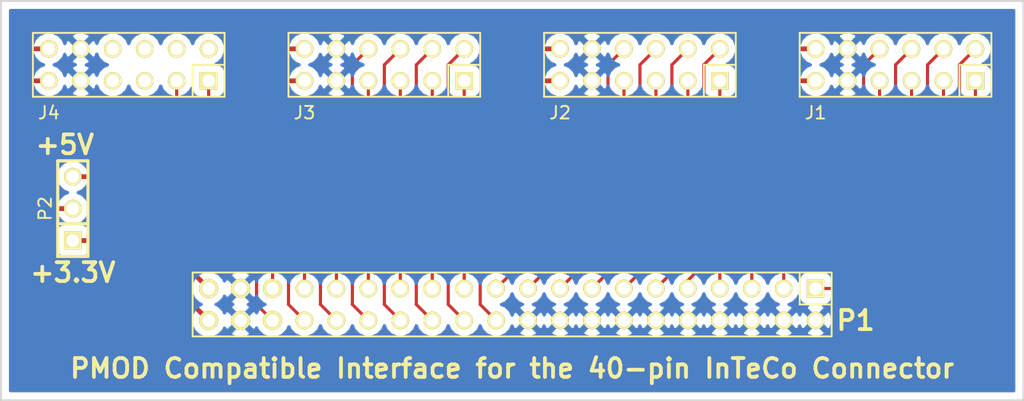
<source format=kicad_pcb>
(kicad_pcb (version 4) (host pcbnew 4.0.2+dfsg1-stable)

  (general
    (links 55)
    (no_connects 0)
    (area 106.604999 79.934999 188.035001 111.835001)
    (thickness 1.6)
    (drawings 7)
    (tracks 165)
    (zones 0)
    (modules 6)
    (nets 37)
  )

  (page A4)
  (layers
    (0 F.Cu signal)
    (31 B.Cu signal)
    (32 B.Adhes user)
    (33 F.Adhes user)
    (34 B.Paste user)
    (35 F.Paste user)
    (36 B.SilkS user)
    (37 F.SilkS user)
    (38 B.Mask user)
    (39 F.Mask user)
    (40 Dwgs.User user hide)
    (41 Cmts.User user)
    (42 Eco1.User user)
    (43 Eco2.User user)
    (44 Edge.Cuts user)
    (45 Margin user)
    (46 B.CrtYd user)
    (47 F.CrtYd user)
    (48 B.Fab user)
    (49 F.Fab user)
  )

  (setup
    (last_trace_width 0.25)
    (trace_clearance 0.2)
    (zone_clearance 0.508)
    (zone_45_only no)
    (trace_min 0.2)
    (segment_width 0.2)
    (edge_width 0.15)
    (via_size 0.6)
    (via_drill 0.4)
    (via_min_size 0.4)
    (via_min_drill 0.3)
    (uvia_size 0.3)
    (uvia_drill 0.1)
    (uvias_allowed no)
    (uvia_min_size 0)
    (uvia_min_drill 0)
    (pcb_text_width 0.3)
    (pcb_text_size 1.5 1.5)
    (mod_edge_width 0.15)
    (mod_text_size 1 1)
    (mod_text_width 0.15)
    (pad_size 1.524 1.524)
    (pad_drill 0.762)
    (pad_to_mask_clearance 0.2)
    (aux_axis_origin 0 0)
    (visible_elements FFFFFF7F)
    (pcbplotparams
      (layerselection 0x00030_80000001)
      (usegerberextensions false)
      (excludeedgelayer true)
      (linewidth 0.100000)
      (plotframeref false)
      (viasonmask false)
      (mode 1)
      (useauxorigin false)
      (hpglpennumber 1)
      (hpglpenspeed 20)
      (hpglpendiameter 15)
      (hpglpenoverlay 2)
      (psnegative false)
      (psa4output false)
      (plotreference true)
      (plotvalue true)
      (plotinvisibletext false)
      (padsonsilk false)
      (subtractmaskfromsilk false)
      (outputformat 1)
      (mirror false)
      (drillshape 1)
      (scaleselection 1)
      (outputdirectory ""))
  )

  (net 0 "")
  (net 1 /DIO0)
  (net 2 /DIO1)
  (net 3 /DIO2)
  (net 4 /DIO3)
  (net 5 GND)
  (net 6 +3V3)
  (net 7 /DIO4)
  (net 8 /DIO5)
  (net 9 /DIO6)
  (net 10 /DIO7)
  (net 11 /DIO8)
  (net 12 /DIO9)
  (net 13 /DIO10)
  (net 14 /DIO11)
  (net 15 /DIO12)
  (net 16 /DIO13)
  (net 17 /DIO14)
  (net 18 /DIO15)
  (net 19 /DIO16)
  (net 20 /DIO17)
  (net 21 /DIO18)
  (net 22 /DIO19)
  (net 23 /DIO20)
  (net 24 /DIO21)
  (net 25 /DIO22)
  (net 26 /DIO23)
  (net 27 /DIO24)
  (net 28 /DIO25)
  (net 29 "Net-(J4-Pad3)")
  (net 30 "Net-(J4-Pad4)")
  (net 31 "Net-(J4-Pad7)")
  (net 32 "Net-(J4-Pad8)")
  (net 33 "Net-(J4-Pad9)")
  (net 34 "Net-(J4-Pad10)")
  (net 35 +5V)
  (net 36 VCC)

  (net_class Default "This is the default net class."
    (clearance 0.2)
    (trace_width 0.25)
    (via_dia 0.6)
    (via_drill 0.4)
    (uvia_dia 0.3)
    (uvia_drill 0.1)
    (add_net /DIO0)
    (add_net /DIO1)
    (add_net /DIO10)
    (add_net /DIO11)
    (add_net /DIO12)
    (add_net /DIO13)
    (add_net /DIO14)
    (add_net /DIO15)
    (add_net /DIO16)
    (add_net /DIO17)
    (add_net /DIO18)
    (add_net /DIO19)
    (add_net /DIO2)
    (add_net /DIO20)
    (add_net /DIO21)
    (add_net /DIO22)
    (add_net /DIO23)
    (add_net /DIO24)
    (add_net /DIO25)
    (add_net /DIO3)
    (add_net /DIO4)
    (add_net /DIO5)
    (add_net /DIO6)
    (add_net /DIO7)
    (add_net /DIO8)
    (add_net /DIO9)
    (add_net GND)
    (add_net "Net-(J4-Pad10)")
    (add_net "Net-(J4-Pad3)")
    (add_net "Net-(J4-Pad4)")
    (add_net "Net-(J4-Pad7)")
    (add_net "Net-(J4-Pad8)")
    (add_net "Net-(J4-Pad9)")
  )

  (net_class VCC ""
    (clearance 0.2)
    (trace_width 0.381)
    (via_dia 0.6)
    (via_drill 0.4)
    (uvia_dia 0.3)
    (uvia_drill 0.1)
    (add_net +3V3)
    (add_net +5V)
    (add_net VCC)
  )

  (module Connectors:CONN_2.54mm_2x20 (layer F.Cu) (tedit 5BB4C6F3) (tstamp 5BB4A525)
    (at 147.32 104.14 90)
    (path /5BB3942A)
    (fp_text reference P1 (at -1.27 27.305 180) (layer F.SilkS)
      (effects (font (thickness 0.3048)))
    )
    (fp_text value CONN_040 (at -3.81 0 180) (layer F.SilkS) hide
      (effects (font (thickness 0.3048)))
    )
    (fp_line (start -2.54 25.4) (end -2.54 -25.4) (layer F.SilkS) (width 0.15))
    (fp_line (start 2.54 -25.4) (end 2.54 25.4) (layer F.SilkS) (width 0.15))
    (fp_line (start 2.54 22.86) (end 0 22.86) (layer F.SilkS) (width 0.15))
    (fp_line (start 0 22.86) (end 0 25.4) (layer F.SilkS) (width 0.15))
    (fp_line (start -2.54 -25.4) (end 2.54 -25.4) (layer F.SilkS) (width 0.15))
    (fp_line (start 2.54 25.4) (end -2.54 25.4) (layer F.SilkS) (width 0.15))
    (pad 1 thru_hole rect (at 1.27 24.13 90) (size 1.397 1.397) (drill 1.016) (layers *.Cu *.Mask F.SilkS)
      (net 1 /DIO0))
    (pad 2 thru_hole circle (at -1.27 24.13 90) (size 1.397 1.397) (drill 1.016) (layers *.Cu *.Mask F.SilkS)
      (net 5 GND))
    (pad 3 thru_hole circle (at 1.27 21.59 90) (size 1.397 1.397) (drill 1.016) (layers *.Cu *.Mask F.SilkS)
      (net 2 /DIO1))
    (pad 4 thru_hole circle (at -1.27 21.59 90) (size 1.397 1.397) (drill 1.016) (layers *.Cu *.Mask F.SilkS)
      (net 5 GND))
    (pad 5 thru_hole circle (at 1.27 19.05 90) (size 1.397 1.397) (drill 1.016) (layers *.Cu *.Mask F.SilkS)
      (net 3 /DIO2))
    (pad 6 thru_hole circle (at -1.27 19.05 90) (size 1.397 1.397) (drill 1.016) (layers *.Cu *.Mask F.SilkS)
      (net 5 GND))
    (pad 7 thru_hole circle (at 1.27 16.51 90) (size 1.397 1.397) (drill 1.016) (layers *.Cu *.Mask F.SilkS)
      (net 4 /DIO3))
    (pad 8 thru_hole circle (at -1.27 16.51 90) (size 1.397 1.397) (drill 1.016) (layers *.Cu *.Mask F.SilkS)
      (net 5 GND))
    (pad 9 thru_hole circle (at 1.27 13.97 90) (size 1.397 1.397) (drill 1.016) (layers *.Cu *.Mask F.SilkS)
      (net 7 /DIO4))
    (pad 10 thru_hole circle (at -1.27 13.97 90) (size 1.397 1.397) (drill 1.016) (layers *.Cu *.Mask F.SilkS)
      (net 5 GND))
    (pad 11 thru_hole circle (at 1.27 11.43 90) (size 1.397 1.397) (drill 1.016) (layers *.Cu *.Mask F.SilkS)
      (net 8 /DIO5))
    (pad 12 thru_hole circle (at -1.27 11.43 90) (size 1.397 1.397) (drill 1.016) (layers *.Cu *.Mask F.SilkS)
      (net 5 GND))
    (pad 13 thru_hole circle (at 1.27 8.89 90) (size 1.397 1.397) (drill 1.016) (layers *.Cu *.Mask F.SilkS)
      (net 9 /DIO6))
    (pad 14 thru_hole circle (at -1.27 8.89 90) (size 1.397 1.397) (drill 1.016) (layers *.Cu *.Mask F.SilkS)
      (net 5 GND))
    (pad 15 thru_hole circle (at 1.27 6.35 90) (size 1.397 1.397) (drill 1.016) (layers *.Cu *.Mask F.SilkS)
      (net 10 /DIO7))
    (pad 16 thru_hole circle (at -1.27 6.35 90) (size 1.397 1.397) (drill 1.016) (layers *.Cu *.Mask F.SilkS)
      (net 5 GND))
    (pad 17 thru_hole circle (at 1.27 3.81 90) (size 1.397 1.397) (drill 1.016) (layers *.Cu *.Mask F.SilkS)
      (net 11 /DIO8))
    (pad 18 thru_hole circle (at -1.27 3.81 90) (size 1.397 1.397) (drill 1.016) (layers *.Cu *.Mask F.SilkS)
      (net 5 GND))
    (pad 19 thru_hole circle (at 1.27 1.27 90) (size 1.397 1.397) (drill 1.016) (layers *.Cu *.Mask F.SilkS)
      (net 12 /DIO9))
    (pad 20 thru_hole circle (at -1.27 1.27 90) (size 1.397 1.397) (drill 1.016) (layers *.Cu *.Mask F.SilkS)
      (net 5 GND))
    (pad 21 thru_hole circle (at 1.27 -1.27 90) (size 1.397 1.397) (drill 1.016) (layers *.Cu *.Mask F.SilkS)
      (net 13 /DIO10))
    (pad 22 thru_hole circle (at -1.27 -1.27 90) (size 1.397 1.397) (drill 1.016) (layers *.Cu *.Mask F.SilkS)
      (net 14 /DIO11))
    (pad 23 thru_hole circle (at 1.27 -3.81 90) (size 1.397 1.397) (drill 1.016) (layers *.Cu *.Mask F.SilkS)
      (net 15 /DIO12))
    (pad 24 thru_hole circle (at -1.27 -3.81 90) (size 1.397 1.397) (drill 1.016) (layers *.Cu *.Mask F.SilkS)
      (net 16 /DIO13))
    (pad 25 thru_hole circle (at 1.27 -6.35 90) (size 1.397 1.397) (drill 1.016) (layers *.Cu *.Mask F.SilkS)
      (net 17 /DIO14))
    (pad 26 thru_hole circle (at -1.27 -6.35 90) (size 1.397 1.397) (drill 1.016) (layers *.Cu *.Mask F.SilkS)
      (net 18 /DIO15))
    (pad 27 thru_hole circle (at 1.27 -8.89 90) (size 1.397 1.397) (drill 1.016) (layers *.Cu *.Mask F.SilkS)
      (net 19 /DIO16))
    (pad 28 thru_hole circle (at -1.27 -8.89 90) (size 1.397 1.397) (drill 1.016) (layers *.Cu *.Mask F.SilkS)
      (net 20 /DIO17))
    (pad 29 thru_hole circle (at 1.27 -11.43 90) (size 1.397 1.397) (drill 1.016) (layers *.Cu *.Mask F.SilkS)
      (net 21 /DIO18))
    (pad 30 thru_hole circle (at -1.27 -11.43 90) (size 1.397 1.397) (drill 1.016) (layers *.Cu *.Mask F.SilkS)
      (net 22 /DIO19))
    (pad 31 thru_hole circle (at 1.27 -13.97 90) (size 1.397 1.397) (drill 1.016) (layers *.Cu *.Mask F.SilkS)
      (net 23 /DIO20))
    (pad 32 thru_hole circle (at -1.27 -13.97 90) (size 1.397 1.397) (drill 1.016) (layers *.Cu *.Mask F.SilkS)
      (net 24 /DIO21))
    (pad 33 thru_hole circle (at 1.27 -16.51 90) (size 1.397 1.397) (drill 1.016) (layers *.Cu *.Mask F.SilkS)
      (net 25 /DIO22))
    (pad 34 thru_hole circle (at -1.27 -16.51 90) (size 1.397 1.397) (drill 1.016) (layers *.Cu *.Mask F.SilkS)
      (net 26 /DIO23))
    (pad 35 thru_hole circle (at 1.27 -19.05 90) (size 1.524 1.524) (drill 1.016) (layers *.Cu *.Mask F.SilkS)
      (net 27 /DIO24))
    (pad 36 thru_hole circle (at -1.27 -19.05 90) (size 1.524 1.524) (drill 1.016) (layers *.Cu *.Mask F.SilkS)
      (net 28 /DIO25))
    (pad 37 thru_hole circle (at 1.27 -21.59 90) (size 1.524 1.524) (drill 1.016) (layers *.Cu *.Mask F.SilkS)
      (net 5 GND))
    (pad 38 thru_hole circle (at -1.27 -21.59 90) (size 1.524 1.524) (drill 1.016) (layers *.Cu *.Mask F.SilkS)
      (net 5 GND))
    (pad 39 thru_hole circle (at 1.27 -24.13 90) (size 1.524 1.524) (drill 1.016) (layers *.Cu *.Mask F.SilkS)
      (net 35 +5V))
    (pad 40 thru_hole circle (at -1.27 -24.13 90) (size 1.524 1.524) (drill 1.016) (layers *.Cu *.Mask F.SilkS)
      (net 6 +3V3))
  )

  (module Digilent:PMOD_DOUBLE_MALE (layer F.Cu) (tedit 5BB4C6EB) (tstamp 5BB4A4C9)
    (at 177.8 82.55)
    (path /5BB33620)
    (fp_text reference J1 (at -6.35 6.35) (layer F.SilkS)
      (effects (font (size 1 1) (thickness 0.15)))
    )
    (fp_text value PMOD_DUAL (at 0 -1.016) (layer F.Fab) hide
      (effects (font (size 1 1) (thickness 0.15)))
    )
    (fp_line (start 10.16 -2.54) (end 10.16 5.08) (layer Dwgs.User) (width 0.15))
    (fp_line (start -10.16 -2.54) (end -10.16 5.08) (layer Dwgs.User) (width 0.15))
    (fp_line (start -10.16 -2.54) (end 10.16 -2.54) (layer Dwgs.User) (width 0.15))
    (fp_line (start 7.62 5.08) (end 7.62 0) (layer F.SilkS) (width 0.15))
    (fp_line (start -7.62 5.08) (end -7.62 0) (layer F.SilkS) (width 0.15))
    (fp_line (start -7.62 0) (end 7.62 0) (layer F.SilkS) (width 0.15))
    (fp_line (start 7.62 2.54) (end 5.08 2.54) (layer F.SilkS) (width 0.15))
    (fp_line (start 5.08 2.54) (end 5.08 5.08) (layer F.SilkS) (width 0.15))
    (fp_line (start 7.62 5.08) (end -7.62 5.08) (layer F.SilkS) (width 0.15))
    (pad 1 thru_hole rect (at 6.35 3.81 180) (size 1.397 1.397) (drill 1.016) (layers *.Cu *.Mask F.SilkS)
      (net 1 /DIO0))
    (pad 2 thru_hole circle (at 3.81 3.81) (size 1.397 1.397) (drill 1.016) (layers *.Cu *.Mask F.SilkS)
      (net 3 /DIO2))
    (pad 3 thru_hole circle (at 1.27 3.81) (size 1.397 1.397) (drill 1.016) (layers *.Cu *.Mask F.SilkS)
      (net 7 /DIO4))
    (pad 4 thru_hole circle (at -1.27 3.81) (size 1.397 1.397) (drill 1.016) (layers *.Cu *.Mask F.SilkS)
      (net 9 /DIO6))
    (pad 5 thru_hole circle (at -3.81 3.81) (size 1.397 1.397) (drill 1.016) (layers *.Cu *.Mask F.SilkS)
      (net 5 GND))
    (pad 6 thru_hole circle (at -6.35 3.81) (size 1.397 1.397) (drill 1.016) (layers *.Cu *.Mask F.SilkS)
      (net 36 VCC))
    (pad 7 thru_hole circle (at 6.35 1.27) (size 1.397 1.397) (drill 1.016) (layers *.Cu *.Mask F.SilkS)
      (net 2 /DIO1))
    (pad 8 thru_hole circle (at 3.81 1.27) (size 1.397 1.397) (drill 1.016) (layers *.Cu *.Mask F.SilkS)
      (net 4 /DIO3))
    (pad 9 thru_hole circle (at 1.27 1.27) (size 1.397 1.397) (drill 1.016) (layers *.Cu *.Mask F.SilkS)
      (net 8 /DIO5))
    (pad 10 thru_hole circle (at -1.27 1.27) (size 1.397 1.397) (drill 1.016) (layers *.Cu *.Mask F.SilkS)
      (net 10 /DIO7))
    (pad 11 thru_hole circle (at -3.81 1.27) (size 1.397 1.397) (drill 1.016) (layers *.Cu *.Mask F.SilkS)
      (net 5 GND))
    (pad 12 thru_hole circle (at -6.35 1.27) (size 1.397 1.397) (drill 1.016) (layers *.Cu *.Mask F.SilkS)
      (net 36 VCC))
    (model 3D/Connectors/CONN_2x6_Male.wrl
      (at (xyz -0.32 0.34 0.2))
      (scale (xyz 0.3937 0.3937 0.3937))
      (rotate (xyz 0 180 180))
    )
  )

  (module Digilent:PMOD_DOUBLE_MALE (layer F.Cu) (tedit 5BB4C6E6) (tstamp 5BB4A4D9)
    (at 157.48 82.55)
    (path /5BB3382B)
    (fp_text reference J2 (at -6.35 6.35) (layer F.SilkS)
      (effects (font (size 1 1) (thickness 0.15)))
    )
    (fp_text value PMOD_DUAL (at 0 -1.016) (layer F.Fab) hide
      (effects (font (size 1 1) (thickness 0.15)))
    )
    (fp_line (start 10.16 -2.54) (end 10.16 5.08) (layer Dwgs.User) (width 0.15))
    (fp_line (start -10.16 -2.54) (end -10.16 5.08) (layer Dwgs.User) (width 0.15))
    (fp_line (start -10.16 -2.54) (end 10.16 -2.54) (layer Dwgs.User) (width 0.15))
    (fp_line (start 7.62 5.08) (end 7.62 0) (layer F.SilkS) (width 0.15))
    (fp_line (start -7.62 5.08) (end -7.62 0) (layer F.SilkS) (width 0.15))
    (fp_line (start -7.62 0) (end 7.62 0) (layer F.SilkS) (width 0.15))
    (fp_line (start 7.62 2.54) (end 5.08 2.54) (layer F.SilkS) (width 0.15))
    (fp_line (start 5.08 2.54) (end 5.08 5.08) (layer F.SilkS) (width 0.15))
    (fp_line (start 7.62 5.08) (end -7.62 5.08) (layer F.SilkS) (width 0.15))
    (pad 1 thru_hole rect (at 6.35 3.81 180) (size 1.397 1.397) (drill 1.016) (layers *.Cu *.Mask F.SilkS)
      (net 11 /DIO8))
    (pad 2 thru_hole circle (at 3.81 3.81) (size 1.397 1.397) (drill 1.016) (layers *.Cu *.Mask F.SilkS)
      (net 13 /DIO10))
    (pad 3 thru_hole circle (at 1.27 3.81) (size 1.397 1.397) (drill 1.016) (layers *.Cu *.Mask F.SilkS)
      (net 15 /DIO12))
    (pad 4 thru_hole circle (at -1.27 3.81) (size 1.397 1.397) (drill 1.016) (layers *.Cu *.Mask F.SilkS)
      (net 17 /DIO14))
    (pad 5 thru_hole circle (at -3.81 3.81) (size 1.397 1.397) (drill 1.016) (layers *.Cu *.Mask F.SilkS)
      (net 5 GND))
    (pad 6 thru_hole circle (at -6.35 3.81) (size 1.397 1.397) (drill 1.016) (layers *.Cu *.Mask F.SilkS)
      (net 36 VCC))
    (pad 7 thru_hole circle (at 6.35 1.27) (size 1.397 1.397) (drill 1.016) (layers *.Cu *.Mask F.SilkS)
      (net 12 /DIO9))
    (pad 8 thru_hole circle (at 3.81 1.27) (size 1.397 1.397) (drill 1.016) (layers *.Cu *.Mask F.SilkS)
      (net 14 /DIO11))
    (pad 9 thru_hole circle (at 1.27 1.27) (size 1.397 1.397) (drill 1.016) (layers *.Cu *.Mask F.SilkS)
      (net 16 /DIO13))
    (pad 10 thru_hole circle (at -1.27 1.27) (size 1.397 1.397) (drill 1.016) (layers *.Cu *.Mask F.SilkS)
      (net 18 /DIO15))
    (pad 11 thru_hole circle (at -3.81 1.27) (size 1.397 1.397) (drill 1.016) (layers *.Cu *.Mask F.SilkS)
      (net 5 GND))
    (pad 12 thru_hole circle (at -6.35 1.27) (size 1.397 1.397) (drill 1.016) (layers *.Cu *.Mask F.SilkS)
      (net 36 VCC))
    (model 3D/Connectors/CONN_2x6_Male.wrl
      (at (xyz -0.32 0.34 0.2))
      (scale (xyz 0.3937 0.3937 0.3937))
      (rotate (xyz 0 180 180))
    )
  )

  (module Digilent:PMOD_DOUBLE_MALE (layer F.Cu) (tedit 5BB4C6E1) (tstamp 5BB4A4E9)
    (at 137.16 82.55)
    (path /5BB3394E)
    (fp_text reference J3 (at -6.35 6.35) (layer F.SilkS)
      (effects (font (size 1 1) (thickness 0.15)))
    )
    (fp_text value PMOD_DUAL (at 0 -1.016) (layer F.Fab) hide
      (effects (font (size 1 1) (thickness 0.15)))
    )
    (fp_line (start 10.16 -2.54) (end 10.16 5.08) (layer Dwgs.User) (width 0.15))
    (fp_line (start -10.16 -2.54) (end -10.16 5.08) (layer Dwgs.User) (width 0.15))
    (fp_line (start -10.16 -2.54) (end 10.16 -2.54) (layer Dwgs.User) (width 0.15))
    (fp_line (start 7.62 5.08) (end 7.62 0) (layer F.SilkS) (width 0.15))
    (fp_line (start -7.62 5.08) (end -7.62 0) (layer F.SilkS) (width 0.15))
    (fp_line (start -7.62 0) (end 7.62 0) (layer F.SilkS) (width 0.15))
    (fp_line (start 7.62 2.54) (end 5.08 2.54) (layer F.SilkS) (width 0.15))
    (fp_line (start 5.08 2.54) (end 5.08 5.08) (layer F.SilkS) (width 0.15))
    (fp_line (start 7.62 5.08) (end -7.62 5.08) (layer F.SilkS) (width 0.15))
    (pad 1 thru_hole rect (at 6.35 3.81 180) (size 1.397 1.397) (drill 1.016) (layers *.Cu *.Mask F.SilkS)
      (net 19 /DIO16))
    (pad 2 thru_hole circle (at 3.81 3.81) (size 1.397 1.397) (drill 1.016) (layers *.Cu *.Mask F.SilkS)
      (net 21 /DIO18))
    (pad 3 thru_hole circle (at 1.27 3.81) (size 1.397 1.397) (drill 1.016) (layers *.Cu *.Mask F.SilkS)
      (net 23 /DIO20))
    (pad 4 thru_hole circle (at -1.27 3.81) (size 1.397 1.397) (drill 1.016) (layers *.Cu *.Mask F.SilkS)
      (net 25 /DIO22))
    (pad 5 thru_hole circle (at -3.81 3.81) (size 1.397 1.397) (drill 1.016) (layers *.Cu *.Mask F.SilkS)
      (net 5 GND))
    (pad 6 thru_hole circle (at -6.35 3.81) (size 1.397 1.397) (drill 1.016) (layers *.Cu *.Mask F.SilkS)
      (net 36 VCC))
    (pad 7 thru_hole circle (at 6.35 1.27) (size 1.397 1.397) (drill 1.016) (layers *.Cu *.Mask F.SilkS)
      (net 20 /DIO17))
    (pad 8 thru_hole circle (at 3.81 1.27) (size 1.397 1.397) (drill 1.016) (layers *.Cu *.Mask F.SilkS)
      (net 22 /DIO19))
    (pad 9 thru_hole circle (at 1.27 1.27) (size 1.397 1.397) (drill 1.016) (layers *.Cu *.Mask F.SilkS)
      (net 24 /DIO21))
    (pad 10 thru_hole circle (at -1.27 1.27) (size 1.397 1.397) (drill 1.016) (layers *.Cu *.Mask F.SilkS)
      (net 26 /DIO23))
    (pad 11 thru_hole circle (at -3.81 1.27) (size 1.397 1.397) (drill 1.016) (layers *.Cu *.Mask F.SilkS)
      (net 5 GND))
    (pad 12 thru_hole circle (at -6.35 1.27) (size 1.397 1.397) (drill 1.016) (layers *.Cu *.Mask F.SilkS)
      (net 36 VCC))
    (model 3D/Connectors/CONN_2x6_Male.wrl
      (at (xyz -0.32 0.34 0.2))
      (scale (xyz 0.3937 0.3937 0.3937))
      (rotate (xyz 0 180 180))
    )
  )

  (module Digilent:PMOD_DOUBLE_MALE (layer F.Cu) (tedit 5BB4C6DA) (tstamp 5BB4A4F9)
    (at 116.84 82.55)
    (path /5BB33A37)
    (fp_text reference J4 (at -6.35 6.35) (layer F.SilkS)
      (effects (font (size 1 1) (thickness 0.15)))
    )
    (fp_text value PMOD_DUAL (at 0 -1.016) (layer F.Fab) hide
      (effects (font (size 1 1) (thickness 0.15)))
    )
    (fp_line (start 10.16 -2.54) (end 10.16 5.08) (layer Dwgs.User) (width 0.15))
    (fp_line (start -10.16 -2.54) (end -10.16 5.08) (layer Dwgs.User) (width 0.15))
    (fp_line (start -10.16 -2.54) (end 10.16 -2.54) (layer Dwgs.User) (width 0.15))
    (fp_line (start 7.62 5.08) (end 7.62 0) (layer F.SilkS) (width 0.15))
    (fp_line (start -7.62 5.08) (end -7.62 0) (layer F.SilkS) (width 0.15))
    (fp_line (start -7.62 0) (end 7.62 0) (layer F.SilkS) (width 0.15))
    (fp_line (start 7.62 2.54) (end 5.08 2.54) (layer F.SilkS) (width 0.15))
    (fp_line (start 5.08 2.54) (end 5.08 5.08) (layer F.SilkS) (width 0.15))
    (fp_line (start 7.62 5.08) (end -7.62 5.08) (layer F.SilkS) (width 0.15))
    (pad 1 thru_hole rect (at 6.35 3.81 180) (size 1.397 1.397) (drill 1.016) (layers *.Cu *.Mask F.SilkS)
      (net 27 /DIO24))
    (pad 2 thru_hole circle (at 3.81 3.81) (size 1.397 1.397) (drill 1.016) (layers *.Cu *.Mask F.SilkS)
      (net 28 /DIO25))
    (pad 3 thru_hole circle (at 1.27 3.81) (size 1.397 1.397) (drill 1.016) (layers *.Cu *.Mask F.SilkS)
      (net 29 "Net-(J4-Pad3)"))
    (pad 4 thru_hole circle (at -1.27 3.81) (size 1.397 1.397) (drill 1.016) (layers *.Cu *.Mask F.SilkS)
      (net 30 "Net-(J4-Pad4)"))
    (pad 5 thru_hole circle (at -3.81 3.81) (size 1.397 1.397) (drill 1.016) (layers *.Cu *.Mask F.SilkS)
      (net 5 GND))
    (pad 6 thru_hole circle (at -6.35 3.81) (size 1.397 1.397) (drill 1.016) (layers *.Cu *.Mask F.SilkS)
      (net 36 VCC))
    (pad 7 thru_hole circle (at 6.35 1.27) (size 1.397 1.397) (drill 1.016) (layers *.Cu *.Mask F.SilkS)
      (net 31 "Net-(J4-Pad7)"))
    (pad 8 thru_hole circle (at 3.81 1.27) (size 1.397 1.397) (drill 1.016) (layers *.Cu *.Mask F.SilkS)
      (net 32 "Net-(J4-Pad8)"))
    (pad 9 thru_hole circle (at 1.27 1.27) (size 1.397 1.397) (drill 1.016) (layers *.Cu *.Mask F.SilkS)
      (net 33 "Net-(J4-Pad9)"))
    (pad 10 thru_hole circle (at -1.27 1.27) (size 1.397 1.397) (drill 1.016) (layers *.Cu *.Mask F.SilkS)
      (net 34 "Net-(J4-Pad10)"))
    (pad 11 thru_hole circle (at -3.81 1.27) (size 1.397 1.397) (drill 1.016) (layers *.Cu *.Mask F.SilkS)
      (net 5 GND))
    (pad 12 thru_hole circle (at -6.35 1.27) (size 1.397 1.397) (drill 1.016) (layers *.Cu *.Mask F.SilkS)
      (net 36 VCC))
    (model 3D/Connectors/CONN_2x6_Male.wrl
      (at (xyz -0.32 0.34 0.2))
      (scale (xyz 0.3937 0.3937 0.3937))
      (rotate (xyz 0 180 180))
    )
  )

  (module Connectors:CONN_2.54mm_1x03 (layer F.Cu) (tedit 5BB4B106) (tstamp 5BB4BA5D)
    (at 112.395 96.52 270)
    (path /5BB4C9D8)
    (fp_text reference P2 (at 0 2.2 270) (layer F.SilkS)
      (effects (font (size 1 1) (thickness 0.15)))
    )
    (fp_text value CONN_003 (at 0 -2.5 270) (layer F.SilkS) hide
      (effects (font (thickness 0.3048)))
    )
    (fp_line (start 1.2 1.2) (end 1.2 -1.2) (layer F.SilkS) (width 0.254))
    (fp_line (start 3.6 -1.2) (end -3.8 -1.2) (layer F.SilkS) (width 0.254))
    (fp_line (start -3.8 -1.2) (end -3.8 1) (layer F.SilkS) (width 0.254))
    (fp_line (start -3.8 1) (end -3.8 1.2) (layer F.SilkS) (width 0.254))
    (fp_line (start -3.8 1.2) (end 3.8 1.2) (layer F.SilkS) (width 0.254))
    (fp_line (start 3.8 1.2) (end 3.8 -1.2) (layer F.SilkS) (width 0.254))
    (fp_line (start 3.8 -1.2) (end 3.6 -1.2) (layer F.SilkS) (width 0.254))
    (pad 1 thru_hole rect (at 2.54 0 270) (size 1.397 1.397) (drill 1.016) (layers *.Cu *.Mask F.SilkS)
      (net 6 +3V3))
    (pad 2 thru_hole circle (at 0 0 270) (size 1.397 1.397) (drill 1.016) (layers *.Cu *.Mask F.SilkS)
      (net 36 VCC))
    (pad 3 thru_hole circle (at -2.54 0 270) (size 1.397 1.397) (drill 1.016) (layers *.Cu *.Mask F.SilkS)
      (net 35 +5V))
  )

  (gr_text +3.3V (at 112.395 101.6) (layer F.SilkS)
    (effects (font (size 1.5 1.5) (thickness 0.3)))
  )
  (gr_text +5V (at 111.76 91.44) (layer F.SilkS)
    (effects (font (size 1.5 1.5) (thickness 0.3)))
  )
  (gr_text "PMOD Compatible Interface for the 40-pin InTeCo Connector" (at 147.32 109.22) (layer F.SilkS)
    (effects (font (size 1.5 1.5) (thickness 0.3)))
  )
  (gr_line (start 187.96 111.76) (end 187.96 80.01) (angle 90) (layer Edge.Cuts) (width 0.15))
  (gr_line (start 106.68 111.76) (end 187.96 111.76) (angle 90) (layer Edge.Cuts) (width 0.15))
  (gr_line (start 106.68 80.01) (end 106.68 111.76) (angle 90) (layer Edge.Cuts) (width 0.15))
  (gr_line (start 187.96 80.01) (end 106.68 80.01) (angle 90) (layer Edge.Cuts) (width 0.15))

  (segment (start 171.45 102.87) (end 183.515 102.87) (width 0.25) (layer F.Cu) (net 1))
  (segment (start 184.15 100.33) (end 184.15 86.36) (width 0.25) (layer F.Cu) (net 1) (tstamp 5BB4AAE9))
  (segment (start 184.15 102.235) (end 184.15 100.33) (width 0.25) (layer F.Cu) (net 1) (tstamp 5BB4ACDC))
  (segment (start 183.515 102.87) (end 184.15 102.235) (width 0.25) (layer F.Cu) (net 1) (tstamp 5BB4ACDA))
  (segment (start 168.91 102.87) (end 168.91 101.6) (width 0.25) (layer F.Cu) (net 2))
  (segment (start 182.88 99.695) (end 182.88 85.09) (width 0.25) (layer F.Cu) (net 2) (tstamp 5BB4AA50))
  (segment (start 182.88 85.09) (end 184.15 83.82) (width 0.25) (layer F.Cu) (net 2) (tstamp 5BB4AA53))
  (segment (start 182.88 100.33) (end 182.88 99.695) (width 0.25) (layer F.Cu) (net 2) (tstamp 5BB4AD12))
  (segment (start 182.245 100.965) (end 182.88 100.33) (width 0.25) (layer F.Cu) (net 2) (tstamp 5BB4AD11))
  (segment (start 169.545 100.965) (end 182.245 100.965) (width 0.25) (layer F.Cu) (net 2) (tstamp 5BB4AD0C))
  (segment (start 168.91 101.6) (end 169.545 100.965) (width 0.25) (layer F.Cu) (net 2) (tstamp 5BB4AD08))
  (segment (start 166.37 101.6) (end 167.64 100.33) (width 0.25) (layer F.Cu) (net 3) (tstamp 5BB4AD1F))
  (segment (start 166.37 102.87) (end 166.37 101.6) (width 0.25) (layer F.Cu) (net 3))
  (segment (start 167.64 100.33) (end 180.975 100.33) (width 0.25) (layer F.Cu) (net 3) (tstamp 5BB4AD20))
  (segment (start 181.61 99.695) (end 181.61 86.36) (width 0.25) (layer F.Cu) (net 3) (tstamp 5BB4AD3C))
  (segment (start 180.975 100.33) (end 181.61 99.695) (width 0.25) (layer F.Cu) (net 3))
  (segment (start 163.83 102.87) (end 163.83 101.6) (width 0.25) (layer F.Cu) (net 4))
  (segment (start 180.34 85.09) (end 181.61 83.82) (width 0.25) (layer F.Cu) (net 4) (tstamp 5BB4AD54))
  (segment (start 180.34 99.06) (end 180.34 85.09) (width 0.25) (layer F.Cu) (net 4) (tstamp 5BB4AD53))
  (segment (start 179.705 99.695) (end 180.34 99.06) (width 0.25) (layer F.Cu) (net 4) (tstamp 5BB4AD52))
  (segment (start 165.735 99.695) (end 179.705 99.695) (width 0.25) (layer F.Cu) (net 4) (tstamp 5BB4AD48))
  (segment (start 163.83 101.6) (end 165.735 99.695) (width 0.25) (layer F.Cu) (net 4) (tstamp 5BB4AD47))
  (segment (start 123.19 105.41) (end 116.84 99.06) (width 0.381) (layer F.Cu) (net 6))
  (segment (start 116.84 99.06) (end 112.395 99.06) (width 0.381) (layer F.Cu) (net 6) (tstamp 5BB4BA7C))
  (segment (start 161.29 102.87) (end 161.29 102.235) (width 0.25) (layer F.Cu) (net 7))
  (segment (start 161.29 102.235) (end 164.465 99.06) (width 0.25) (layer F.Cu) (net 7) (tstamp 5BB4AD66))
  (segment (start 164.465 99.06) (end 178.435 99.06) (width 0.25) (layer F.Cu) (net 7) (tstamp 5BB4AD69))
  (segment (start 178.435 99.06) (end 179.07 98.425) (width 0.25) (layer F.Cu) (net 7) (tstamp 5BB4AD6F))
  (segment (start 179.07 98.425) (end 179.07 86.36) (width 0.25) (layer F.Cu) (net 7) (tstamp 5BB4AD70))
  (segment (start 158.75 102.87) (end 163.195 98.425) (width 0.25) (layer F.Cu) (net 8))
  (segment (start 177.8 85.09) (end 179.07 83.82) (width 0.25) (layer F.Cu) (net 8) (tstamp 5BB4AD7E))
  (segment (start 177.8 85.725) (end 177.8 85.09) (width 0.25) (layer F.Cu) (net 8) (tstamp 5BB4AD7D))
  (segment (start 177.8 97.79) (end 177.8 85.725) (width 0.25) (layer F.Cu) (net 8) (tstamp 5BB4AD7C))
  (segment (start 177.165 98.425) (end 177.8 97.79) (width 0.25) (layer F.Cu) (net 8) (tstamp 5BB4AD7A))
  (segment (start 163.195 98.425) (end 177.165 98.425) (width 0.25) (layer F.Cu) (net 8) (tstamp 5BB4AD76))
  (segment (start 156.21 102.87) (end 161.29 97.79) (width 0.25) (layer F.Cu) (net 9))
  (segment (start 176.53 97.155) (end 176.53 86.36) (width 0.25) (layer F.Cu) (net 9) (tstamp 5BB4AD8A))
  (segment (start 175.895 97.79) (end 176.53 97.155) (width 0.25) (layer F.Cu) (net 9) (tstamp 5BB4AD88))
  (segment (start 161.29 97.79) (end 175.895 97.79) (width 0.25) (layer F.Cu) (net 9) (tstamp 5BB4AD85))
  (segment (start 153.67 102.87) (end 159.385 97.155) (width 0.25) (layer F.Cu) (net 10))
  (segment (start 175.26 85.09) (end 176.53 83.82) (width 0.25) (layer F.Cu) (net 10) (tstamp 5BB4AD94))
  (segment (start 175.26 96.52) (end 175.26 85.09) (width 0.25) (layer F.Cu) (net 10) (tstamp 5BB4AD93))
  (segment (start 174.625 97.155) (end 175.26 96.52) (width 0.25) (layer F.Cu) (net 10) (tstamp 5BB4AD91))
  (segment (start 159.385 97.155) (end 174.625 97.155) (width 0.25) (layer F.Cu) (net 10) (tstamp 5BB4AD8F))
  (segment (start 151.13 102.87) (end 157.48 96.52) (width 0.25) (layer F.Cu) (net 11))
  (segment (start 163.83 95.885) (end 163.83 86.36) (width 0.25) (layer F.Cu) (net 11) (tstamp 5BB4ADDA))
  (segment (start 163.195 96.52) (end 163.83 95.885) (width 0.25) (layer F.Cu) (net 11) (tstamp 5BB4ADD8))
  (segment (start 157.48 96.52) (end 163.195 96.52) (width 0.25) (layer F.Cu) (net 11) (tstamp 5BB4ADD5))
  (segment (start 148.59 102.87) (end 155.575 95.885) (width 0.25) (layer F.Cu) (net 12))
  (segment (start 162.56 85.09) (end 163.83 83.82) (width 0.25) (layer F.Cu) (net 12) (tstamp 5BB4ADE5))
  (segment (start 162.56 95.25) (end 162.56 85.09) (width 0.25) (layer F.Cu) (net 12) (tstamp 5BB4ADE3))
  (segment (start 161.925 95.885) (end 162.56 95.25) (width 0.25) (layer F.Cu) (net 12) (tstamp 5BB4ADE1))
  (segment (start 155.575 95.885) (end 161.925 95.885) (width 0.25) (layer F.Cu) (net 12) (tstamp 5BB4ADDF))
  (segment (start 146.05 102.87) (end 153.67 95.25) (width 0.25) (layer F.Cu) (net 13))
  (segment (start 161.29 94.615) (end 161.29 86.36) (width 0.25) (layer F.Cu) (net 13) (tstamp 5BB4ADEF))
  (segment (start 160.655 95.25) (end 161.29 94.615) (width 0.25) (layer F.Cu) (net 13) (tstamp 5BB4ADED))
  (segment (start 153.67 95.25) (end 160.655 95.25) (width 0.25) (layer F.Cu) (net 13) (tstamp 5BB4ADEB))
  (segment (start 146.05 105.41) (end 144.78 104.14) (width 0.25) (layer F.Cu) (net 14))
  (segment (start 160.02 85.09) (end 161.29 83.82) (width 0.25) (layer F.Cu) (net 14) (tstamp 5BB4AE03))
  (segment (start 160.02 93.98) (end 160.02 85.09) (width 0.25) (layer F.Cu) (net 14) (tstamp 5BB4AE02))
  (segment (start 159.385 94.615) (end 160.02 93.98) (width 0.25) (layer F.Cu) (net 14) (tstamp 5BB4AE01))
  (segment (start 151.765 94.615) (end 159.385 94.615) (width 0.25) (layer F.Cu) (net 14) (tstamp 5BB4ADFC))
  (segment (start 144.78 101.6) (end 151.765 94.615) (width 0.25) (layer F.Cu) (net 14) (tstamp 5BB4ADF9))
  (segment (start 144.78 104.14) (end 144.78 101.6) (width 0.25) (layer F.Cu) (net 14) (tstamp 5BB4ADF8))
  (segment (start 143.51 102.87) (end 143.51 101.6) (width 0.25) (layer F.Cu) (net 15))
  (segment (start 158.75 93.345) (end 158.75 86.36) (width 0.25) (layer F.Cu) (net 15) (tstamp 5BB4AE0F))
  (segment (start 158.115 93.98) (end 158.75 93.345) (width 0.25) (layer F.Cu) (net 15) (tstamp 5BB4AE0E))
  (segment (start 151.13 93.98) (end 158.115 93.98) (width 0.25) (layer F.Cu) (net 15) (tstamp 5BB4AE0C))
  (segment (start 143.51 101.6) (end 151.13 93.98) (width 0.25) (layer F.Cu) (net 15) (tstamp 5BB4AE0A))
  (segment (start 143.51 105.41) (end 142.24 104.14) (width 0.25) (layer F.Cu) (net 16))
  (segment (start 157.48 85.09) (end 158.75 83.82) (width 0.25) (layer F.Cu) (net 16) (tstamp 5BB4AE1C))
  (segment (start 157.48 92.71) (end 157.48 85.09) (width 0.25) (layer F.Cu) (net 16) (tstamp 5BB4AE1B))
  (segment (start 156.845 93.345) (end 157.48 92.71) (width 0.25) (layer F.Cu) (net 16) (tstamp 5BB4AE19))
  (segment (start 150.495 93.345) (end 156.845 93.345) (width 0.25) (layer F.Cu) (net 16) (tstamp 5BB4AE17))
  (segment (start 142.875 100.965) (end 150.495 93.345) (width 0.25) (layer F.Cu) (net 16) (tstamp 5BB4AE16))
  (segment (start 142.24 101.6) (end 142.875 100.965) (width 0.25) (layer F.Cu) (net 16) (tstamp 5BB4AE15))
  (segment (start 142.24 104.14) (end 142.24 101.6) (width 0.25) (layer F.Cu) (net 16) (tstamp 5BB4AE14))
  (segment (start 140.97 102.87) (end 140.97 101.6) (width 0.25) (layer F.Cu) (net 17))
  (segment (start 156.21 92.075) (end 156.21 86.36) (width 0.25) (layer F.Cu) (net 17) (tstamp 5BB4AE25))
  (segment (start 155.575 92.71) (end 156.21 92.075) (width 0.25) (layer F.Cu) (net 17) (tstamp 5BB4AE24))
  (segment (start 149.86 92.71) (end 155.575 92.71) (width 0.25) (layer F.Cu) (net 17) (tstamp 5BB4AE22))
  (segment (start 140.97 101.6) (end 149.86 92.71) (width 0.25) (layer F.Cu) (net 17) (tstamp 5BB4AE20))
  (segment (start 140.97 105.41) (end 139.7 104.14) (width 0.25) (layer F.Cu) (net 18))
  (segment (start 154.94 85.09) (end 156.21 83.82) (width 0.25) (layer F.Cu) (net 18) (tstamp 5BB4AE31))
  (segment (start 154.94 91.44) (end 154.94 85.09) (width 0.25) (layer F.Cu) (net 18) (tstamp 5BB4AE2F))
  (segment (start 154.305 92.075) (end 154.94 91.44) (width 0.25) (layer F.Cu) (net 18) (tstamp 5BB4AE2E))
  (segment (start 149.225 92.075) (end 154.305 92.075) (width 0.25) (layer F.Cu) (net 18) (tstamp 5BB4AE2C))
  (segment (start 139.7 101.6) (end 149.225 92.075) (width 0.25) (layer F.Cu) (net 18) (tstamp 5BB4AE2A))
  (segment (start 139.7 104.14) (end 139.7 101.6) (width 0.25) (layer F.Cu) (net 18) (tstamp 5BB4AE29))
  (segment (start 138.43 102.87) (end 138.43 100.965) (width 0.25) (layer F.Cu) (net 19))
  (segment (start 143.51 95.885) (end 143.51 86.36) (width 0.25) (layer F.Cu) (net 19) (tstamp 5BB4AE42))
  (segment (start 138.43 100.965) (end 143.51 95.885) (width 0.25) (layer F.Cu) (net 19) (tstamp 5BB4AE40))
  (segment (start 138.43 105.41) (end 137.16 104.14) (width 0.25) (layer F.Cu) (net 20))
  (segment (start 142.24 85.09) (end 143.51 83.82) (width 0.25) (layer F.Cu) (net 20) (tstamp 5BB4AE4B))
  (segment (start 142.24 95.885) (end 142.24 85.09) (width 0.25) (layer F.Cu) (net 20) (tstamp 5BB4AE4A))
  (segment (start 137.16 100.965) (end 142.24 95.885) (width 0.25) (layer F.Cu) (net 20) (tstamp 5BB4AE49))
  (segment (start 137.16 104.14) (end 137.16 100.965) (width 0.25) (layer F.Cu) (net 20) (tstamp 5BB4AE48))
  (segment (start 135.89 102.87) (end 135.89 100.965) (width 0.25) (layer F.Cu) (net 21))
  (segment (start 140.97 95.885) (end 140.97 86.36) (width 0.25) (layer F.Cu) (net 21) (tstamp 5BB4AE8E))
  (segment (start 135.89 100.965) (end 140.97 95.885) (width 0.25) (layer F.Cu) (net 21) (tstamp 5BB4AE8D))
  (segment (start 134.62 104.14) (end 134.62 100.965) (width 0.25) (layer F.Cu) (net 22))
  (segment (start 135.89 105.41) (end 134.62 104.14) (width 0.25) (layer F.Cu) (net 22))
  (segment (start 139.7 95.25) (end 139.7 85.09) (width 0.25) (layer F.Cu) (net 22) (tstamp 5BB4AE5A))
  (segment (start 139.7 85.09) (end 140.97 83.82) (width 0.25) (layer F.Cu) (net 22))
  (segment (start 139.7 95.885) (end 139.7 95.25) (width 0.25) (layer F.Cu) (net 22) (tstamp 5BB4AE9D))
  (segment (start 134.62 100.965) (end 139.7 95.885) (width 0.25) (layer F.Cu) (net 22) (tstamp 5BB4AE9C))
  (segment (start 133.35 102.87) (end 133.35 100.965) (width 0.25) (layer F.Cu) (net 23))
  (segment (start 138.43 95.885) (end 138.43 86.36) (width 0.25) (layer F.Cu) (net 23) (tstamp 5BB4AEA4))
  (segment (start 133.35 100.965) (end 138.43 95.885) (width 0.25) (layer F.Cu) (net 23) (tstamp 5BB4AEA3))
  (segment (start 132.08 104.14) (end 132.08 100.965) (width 0.25) (layer F.Cu) (net 24))
  (segment (start 137.16 95.25) (end 137.16 85.09) (width 0.25) (layer F.Cu) (net 24) (tstamp 5BB4AE6C))
  (segment (start 138.43 83.82) (end 137.16 85.09) (width 0.25) (layer F.Cu) (net 24) (tstamp 5BB4AE6F))
  (segment (start 132.08 104.14) (end 133.35 105.41) (width 0.25) (layer F.Cu) (net 24))
  (segment (start 137.16 95.885) (end 137.16 95.25) (width 0.25) (layer F.Cu) (net 24) (tstamp 5BB4AEB3))
  (segment (start 132.08 100.965) (end 137.16 95.885) (width 0.25) (layer F.Cu) (net 24) (tstamp 5BB4AEB2))
  (segment (start 130.81 102.87) (end 130.81 100.965) (width 0.25) (layer F.Cu) (net 25))
  (segment (start 135.89 95.885) (end 135.89 86.36) (width 0.25) (layer F.Cu) (net 25) (tstamp 5BB4AEB8))
  (segment (start 130.81 100.965) (end 135.89 95.885) (width 0.25) (layer F.Cu) (net 25) (tstamp 5BB4AEB7))
  (segment (start 129.54 104.14) (end 129.54 100.965) (width 0.25) (layer F.Cu) (net 26))
  (segment (start 134.62 93.98) (end 134.62 85.09) (width 0.25) (layer F.Cu) (net 26) (tstamp 5BB4AE7B))
  (segment (start 135.89 83.82) (end 134.62 85.09) (width 0.25) (layer F.Cu) (net 26) (tstamp 5BB4AE7D))
  (segment (start 129.54 104.14) (end 130.81 105.41) (width 0.25) (layer F.Cu) (net 26))
  (segment (start 134.62 95.885) (end 134.62 93.98) (width 0.25) (layer F.Cu) (net 26) (tstamp 5BB4AEC5))
  (segment (start 129.54 100.965) (end 134.62 95.885) (width 0.25) (layer F.Cu) (net 26) (tstamp 5BB4AEC4))
  (segment (start 128.27 102.87) (end 128.27 100.965) (width 0.25) (layer F.Cu) (net 27))
  (segment (start 123.19 95.885) (end 123.19 86.36) (width 0.25) (layer F.Cu) (net 27) (tstamp 5BB4AED7))
  (segment (start 128.27 100.965) (end 123.19 95.885) (width 0.25) (layer F.Cu) (net 27) (tstamp 5BB4AED3))
  (segment (start 128.27 105.41) (end 127 104.14) (width 0.25) (layer F.Cu) (net 28))
  (segment (start 120.65 94.615) (end 120.65 86.36) (width 0.25) (layer F.Cu) (net 28) (tstamp 5BB4AEE1))
  (segment (start 127 100.965) (end 120.65 94.615) (width 0.25) (layer F.Cu) (net 28) (tstamp 5BB4AEE0))
  (segment (start 127 104.14) (end 127 100.965) (width 0.25) (layer F.Cu) (net 28) (tstamp 5BB4AEDF))
  (segment (start 123.19 102.87) (end 114.3 93.98) (width 0.381) (layer F.Cu) (net 35))
  (segment (start 114.3 93.98) (end 112.395 93.98) (width 0.381) (layer F.Cu) (net 35) (tstamp 5BB4BA7F))
  (segment (start 169.545 83.185) (end 169.545 85.725) (width 0.381) (layer F.Cu) (net 36))
  (segment (start 170.18 86.36) (end 171.45 86.36) (width 0.381) (layer F.Cu) (net 36) (tstamp 5BB4BAA9))
  (segment (start 169.545 85.725) (end 170.18 86.36) (width 0.381) (layer F.Cu) (net 36) (tstamp 5BB4BAA8))
  (segment (start 149.225 81.915) (end 168.91 81.915) (width 0.381) (layer F.Cu) (net 36))
  (segment (start 170.18 83.82) (end 171.45 83.82) (width 0.381) (layer F.Cu) (net 36) (tstamp 5BB4BAA5))
  (segment (start 169.545 83.185) (end 170.18 83.82) (width 0.381) (layer F.Cu) (net 36) (tstamp 5BB4BAA4))
  (segment (start 169.545 82.55) (end 169.545 83.185) (width 0.381) (layer F.Cu) (net 36) (tstamp 5BB4BAA3))
  (segment (start 168.91 81.915) (end 169.545 82.55) (width 0.381) (layer F.Cu) (net 36) (tstamp 5BB4BAA2))
  (segment (start 149.225 83.185) (end 149.225 85.725) (width 0.381) (layer F.Cu) (net 36))
  (segment (start 149.86 86.36) (end 151.13 86.36) (width 0.381) (layer F.Cu) (net 36) (tstamp 5BB4BA9F))
  (segment (start 149.225 85.725) (end 149.86 86.36) (width 0.381) (layer F.Cu) (net 36) (tstamp 5BB4BA9E))
  (segment (start 128.905 81.915) (end 149.225 81.915) (width 0.381) (layer F.Cu) (net 36))
  (segment (start 149.86 83.82) (end 151.13 83.82) (width 0.381) (layer F.Cu) (net 36) (tstamp 5BB4BA9B))
  (segment (start 149.225 83.185) (end 149.86 83.82) (width 0.381) (layer F.Cu) (net 36) (tstamp 5BB4BA9A))
  (segment (start 149.225 81.915) (end 149.225 83.185) (width 0.381) (layer F.Cu) (net 36) (tstamp 5BB4BA99))
  (segment (start 128.905 83.185) (end 128.905 85.725) (width 0.381) (layer F.Cu) (net 36))
  (segment (start 129.54 86.36) (end 130.81 86.36) (width 0.381) (layer F.Cu) (net 36) (tstamp 5BB4BA96))
  (segment (start 128.905 85.725) (end 129.54 86.36) (width 0.381) (layer F.Cu) (net 36) (tstamp 5BB4BA95))
  (segment (start 108.585 84.455) (end 108.585 82.55) (width 0.381) (layer F.Cu) (net 36))
  (segment (start 129.54 83.82) (end 130.81 83.82) (width 0.381) (layer F.Cu) (net 36) (tstamp 5BB4BA92))
  (segment (start 128.905 83.185) (end 129.54 83.82) (width 0.381) (layer F.Cu) (net 36) (tstamp 5BB4BA91))
  (segment (start 128.905 81.915) (end 128.905 83.185) (width 0.381) (layer F.Cu) (net 36) (tstamp 5BB4BA90))
  (segment (start 109.22 81.915) (end 128.905 81.915) (width 0.381) (layer F.Cu) (net 36) (tstamp 5BB4BA8F))
  (segment (start 108.585 82.55) (end 109.22 81.915) (width 0.381) (layer F.Cu) (net 36) (tstamp 5BB4BA8E))
  (segment (start 110.49 83.82) (end 109.22 83.82) (width 0.381) (layer F.Cu) (net 36))
  (segment (start 109.22 83.82) (end 108.585 84.455) (width 0.381) (layer F.Cu) (net 36) (tstamp 5BB4BA8A))
  (segment (start 108.585 84.455) (end 108.585 86.995) (width 0.381) (layer F.Cu) (net 36) (tstamp 5BB4BA8B))
  (segment (start 112.395 96.52) (end 109.855 96.52) (width 0.381) (layer F.Cu) (net 36))
  (segment (start 108.585 95.25) (end 108.585 86.995) (width 0.381) (layer F.Cu) (net 36) (tstamp 5BB4BA84))
  (segment (start 109.855 96.52) (end 108.585 95.25) (width 0.381) (layer F.Cu) (net 36) (tstamp 5BB4BA82))
  (segment (start 109.22 86.36) (end 110.49 86.36) (width 0.381) (layer F.Cu) (net 36) (tstamp 5BB4BA87))
  (segment (start 108.585 86.995) (end 109.22 86.36) (width 0.381) (layer F.Cu) (net 36) (tstamp 5BB4BA86))

  (zone (net 5) (net_name GND) (layer B.Cu) (tstamp 5BB4A9CB) (hatch edge 0.508)
    (connect_pads (clearance 0.508))
    (min_thickness 0.254)
    (fill yes (arc_segments 16) (thermal_gap 0.508) (thermal_bridge_width 0.508))
    (polygon
      (pts
        (xy 187.325 111.125) (xy 107.315 111.125) (xy 107.315 80.645) (xy 187.325 80.645) (xy 187.325 111.125)
      )
    )
    (filled_polygon
      (pts
        (xy 187.198 110.998) (xy 107.442 110.998) (xy 107.442 103.146661) (xy 121.792758 103.146661) (xy 122.00499 103.660303)
        (xy 122.39763 104.053629) (xy 122.605512 104.139949) (xy 122.399697 104.22499) (xy 122.006371 104.61763) (xy 121.793243 105.1309)
        (xy 121.792758 105.686661) (xy 122.00499 106.200303) (xy 122.39763 106.593629) (xy 122.9109 106.806757) (xy 123.466661 106.807242)
        (xy 123.980303 106.59501) (xy 124.185457 106.390213) (xy 124.929392 106.390213) (xy 124.998857 106.632397) (xy 125.522302 106.819144)
        (xy 126.077368 106.791362) (xy 126.461143 106.632397) (xy 126.530608 106.390213) (xy 125.73 105.589605) (xy 124.929392 106.390213)
        (xy 124.185457 106.390213) (xy 124.373629 106.20237) (xy 124.453395 106.010273) (xy 124.507603 106.141143) (xy 124.749787 106.210608)
        (xy 125.550395 105.41) (xy 124.749787 104.609392) (xy 124.507603 104.678857) (xy 124.457491 104.819318) (xy 124.37501 104.619697)
        (xy 123.98237 104.226371) (xy 123.774488 104.140051) (xy 123.980303 104.05501) (xy 124.185457 103.850213) (xy 124.929392 103.850213)
        (xy 124.998857 104.092397) (xy 125.122344 104.136453) (xy 124.998857 104.187603) (xy 124.929392 104.429787) (xy 125.73 105.230395)
        (xy 126.530608 104.429787) (xy 126.461143 104.187603) (xy 126.337656 104.143547) (xy 126.461143 104.092397) (xy 126.530608 103.850213)
        (xy 125.73 103.049605) (xy 124.929392 103.850213) (xy 124.185457 103.850213) (xy 124.373629 103.66237) (xy 124.453395 103.470273)
        (xy 124.507603 103.601143) (xy 124.749787 103.670608) (xy 125.550395 102.87) (xy 125.909605 102.87) (xy 126.710213 103.670608)
        (xy 126.952397 103.601143) (xy 127.002509 103.460682) (xy 127.08499 103.660303) (xy 127.47763 104.053629) (xy 127.685512 104.139949)
        (xy 127.479697 104.22499) (xy 127.086371 104.61763) (xy 127.006605 104.809727) (xy 126.952397 104.678857) (xy 126.710213 104.609392)
        (xy 125.909605 105.41) (xy 126.710213 106.210608) (xy 126.952397 106.141143) (xy 127.002509 106.000682) (xy 127.08499 106.200303)
        (xy 127.47763 106.593629) (xy 127.9909 106.806757) (xy 128.546661 106.807242) (xy 129.060303 106.59501) (xy 129.453629 106.20237)
        (xy 129.574387 105.911551) (xy 129.678854 106.16438) (xy 130.053647 106.539827) (xy 130.543587 106.743268) (xy 131.074086 106.743731)
        (xy 131.56438 106.541146) (xy 131.939827 106.166353) (xy 132.080094 105.828554) (xy 132.218854 106.16438) (xy 132.593647 106.539827)
        (xy 133.083587 106.743268) (xy 133.614086 106.743731) (xy 134.10438 106.541146) (xy 134.479827 106.166353) (xy 134.620094 105.828554)
        (xy 134.758854 106.16438) (xy 135.133647 106.539827) (xy 135.623587 106.743268) (xy 136.154086 106.743731) (xy 136.64438 106.541146)
        (xy 137.019827 106.166353) (xy 137.160094 105.828554) (xy 137.298854 106.16438) (xy 137.673647 106.539827) (xy 138.163587 106.743268)
        (xy 138.694086 106.743731) (xy 139.18438 106.541146) (xy 139.559827 106.166353) (xy 139.700094 105.828554) (xy 139.838854 106.16438)
        (xy 140.213647 106.539827) (xy 140.703587 106.743268) (xy 141.234086 106.743731) (xy 141.72438 106.541146) (xy 142.099827 106.166353)
        (xy 142.240094 105.828554) (xy 142.378854 106.16438) (xy 142.753647 106.539827) (xy 143.243587 106.743268) (xy 143.774086 106.743731)
        (xy 144.26438 106.541146) (xy 144.639827 106.166353) (xy 144.780094 105.828554) (xy 144.918854 106.16438) (xy 145.293647 106.539827)
        (xy 145.783587 106.743268) (xy 146.314086 106.743731) (xy 146.80438 106.541146) (xy 147.001681 106.344188) (xy 147.835417 106.344188)
        (xy 147.897071 106.5798) (xy 148.39748 106.755927) (xy 148.927199 106.727148) (xy 149.282929 106.5798) (xy 149.344583 106.344188)
        (xy 150.375417 106.344188) (xy 150.437071 106.5798) (xy 150.93748 106.755927) (xy 151.467199 106.727148) (xy 151.822929 106.5798)
        (xy 151.884583 106.344188) (xy 152.915417 106.344188) (xy 152.977071 106.5798) (xy 153.47748 106.755927) (xy 154.007199 106.727148)
        (xy 154.362929 106.5798) (xy 154.424583 106.344188) (xy 155.455417 106.344188) (xy 155.517071 106.5798) (xy 156.01748 106.755927)
        (xy 156.547199 106.727148) (xy 156.902929 106.5798) (xy 156.964583 106.344188) (xy 157.995417 106.344188) (xy 158.057071 106.5798)
        (xy 158.55748 106.755927) (xy 159.087199 106.727148) (xy 159.442929 106.5798) (xy 159.504583 106.344188) (xy 160.535417 106.344188)
        (xy 160.597071 106.5798) (xy 161.09748 106.755927) (xy 161.627199 106.727148) (xy 161.982929 106.5798) (xy 162.044583 106.344188)
        (xy 163.075417 106.344188) (xy 163.137071 106.5798) (xy 163.63748 106.755927) (xy 164.167199 106.727148) (xy 164.522929 106.5798)
        (xy 164.584583 106.344188) (xy 165.615417 106.344188) (xy 165.677071 106.5798) (xy 166.17748 106.755927) (xy 166.707199 106.727148)
        (xy 167.062929 106.5798) (xy 167.124583 106.344188) (xy 168.155417 106.344188) (xy 168.217071 106.5798) (xy 168.71748 106.755927)
        (xy 169.247199 106.727148) (xy 169.602929 106.5798) (xy 169.664583 106.344188) (xy 170.695417 106.344188) (xy 170.757071 106.5798)
        (xy 171.25748 106.755927) (xy 171.787199 106.727148) (xy 172.142929 106.5798) (xy 172.204583 106.344188) (xy 171.45 105.589605)
        (xy 170.695417 106.344188) (xy 169.664583 106.344188) (xy 168.91 105.589605) (xy 168.155417 106.344188) (xy 167.124583 106.344188)
        (xy 166.37 105.589605) (xy 165.615417 106.344188) (xy 164.584583 106.344188) (xy 163.83 105.589605) (xy 163.075417 106.344188)
        (xy 162.044583 106.344188) (xy 161.29 105.589605) (xy 160.535417 106.344188) (xy 159.504583 106.344188) (xy 158.75 105.589605)
        (xy 157.995417 106.344188) (xy 156.964583 106.344188) (xy 156.21 105.589605) (xy 155.455417 106.344188) (xy 154.424583 106.344188)
        (xy 153.67 105.589605) (xy 152.915417 106.344188) (xy 151.884583 106.344188) (xy 151.13 105.589605) (xy 150.375417 106.344188)
        (xy 149.344583 106.344188) (xy 148.59 105.589605) (xy 147.835417 106.344188) (xy 147.001681 106.344188) (xy 147.179827 106.166353)
        (xy 147.313314 105.844882) (xy 147.4202 106.102929) (xy 147.655812 106.164583) (xy 148.410395 105.41) (xy 148.769605 105.41)
        (xy 149.524188 106.164583) (xy 149.7598 106.102929) (xy 149.851859 105.841371) (xy 149.9602 106.102929) (xy 150.195812 106.164583)
        (xy 150.950395 105.41) (xy 151.309605 105.41) (xy 152.064188 106.164583) (xy 152.2998 106.102929) (xy 152.391859 105.841371)
        (xy 152.5002 106.102929) (xy 152.735812 106.164583) (xy 153.490395 105.41) (xy 153.849605 105.41) (xy 154.604188 106.164583)
        (xy 154.8398 106.102929) (xy 154.931859 105.841371) (xy 155.0402 106.102929) (xy 155.275812 106.164583) (xy 156.030395 105.41)
        (xy 156.389605 105.41) (xy 157.144188 106.164583) (xy 157.3798 106.102929) (xy 157.471859 105.841371) (xy 157.5802 106.102929)
        (xy 157.815812 106.164583) (xy 158.570395 105.41) (xy 158.929605 105.41) (xy 159.684188 106.164583) (xy 159.9198 106.102929)
        (xy 160.011859 105.841371) (xy 160.1202 106.102929) (xy 160.355812 106.164583) (xy 161.110395 105.41) (xy 161.469605 105.41)
        (xy 162.224188 106.164583) (xy 162.4598 106.102929) (xy 162.551859 105.841371) (xy 162.6602 106.102929) (xy 162.895812 106.164583)
        (xy 163.650395 105.41) (xy 164.009605 105.41) (xy 164.764188 106.164583) (xy 164.9998 106.102929) (xy 165.091859 105.841371)
        (xy 165.2002 106.102929) (xy 165.435812 106.164583) (xy 166.190395 105.41) (xy 166.549605 105.41) (xy 167.304188 106.164583)
        (xy 167.5398 106.102929) (xy 167.631859 105.841371) (xy 167.7402 106.102929) (xy 167.975812 106.164583) (xy 168.730395 105.41)
        (xy 169.089605 105.41) (xy 169.844188 106.164583) (xy 170.0798 106.102929) (xy 170.171859 105.841371) (xy 170.2802 106.102929)
        (xy 170.515812 106.164583) (xy 171.270395 105.41) (xy 171.629605 105.41) (xy 172.384188 106.164583) (xy 172.6198 106.102929)
        (xy 172.795927 105.60252) (xy 172.767148 105.072801) (xy 172.6198 104.717071) (xy 172.384188 104.655417) (xy 171.629605 105.41)
        (xy 171.270395 105.41) (xy 170.515812 104.655417) (xy 170.2802 104.717071) (xy 170.188141 104.978629) (xy 170.0798 104.717071)
        (xy 169.844188 104.655417) (xy 169.089605 105.41) (xy 168.730395 105.41) (xy 167.975812 104.655417) (xy 167.7402 104.717071)
        (xy 167.648141 104.978629) (xy 167.5398 104.717071) (xy 167.304188 104.655417) (xy 166.549605 105.41) (xy 166.190395 105.41)
        (xy 165.435812 104.655417) (xy 165.2002 104.717071) (xy 165.108141 104.978629) (xy 164.9998 104.717071) (xy 164.764188 104.655417)
        (xy 164.009605 105.41) (xy 163.650395 105.41) (xy 162.895812 104.655417) (xy 162.6602 104.717071) (xy 162.568141 104.978629)
        (xy 162.4598 104.717071) (xy 162.224188 104.655417) (xy 161.469605 105.41) (xy 161.110395 105.41) (xy 160.355812 104.655417)
        (xy 160.1202 104.717071) (xy 160.028141 104.978629) (xy 159.9198 104.717071) (xy 159.684188 104.655417) (xy 158.929605 105.41)
        (xy 158.570395 105.41) (xy 157.815812 104.655417) (xy 157.5802 104.717071) (xy 157.488141 104.978629) (xy 157.3798 104.717071)
        (xy 157.144188 104.655417) (xy 156.389605 105.41) (xy 156.030395 105.41) (xy 155.275812 104.655417) (xy 155.0402 104.717071)
        (xy 154.948141 104.978629) (xy 154.8398 104.717071) (xy 154.604188 104.655417) (xy 153.849605 105.41) (xy 153.490395 105.41)
        (xy 152.735812 104.655417) (xy 152.5002 104.717071) (xy 152.408141 104.978629) (xy 152.2998 104.717071) (xy 152.064188 104.655417)
        (xy 151.309605 105.41) (xy 150.950395 105.41) (xy 150.195812 104.655417) (xy 149.9602 104.717071) (xy 149.868141 104.978629)
        (xy 149.7598 104.717071) (xy 149.524188 104.655417) (xy 148.769605 105.41) (xy 148.410395 105.41) (xy 147.655812 104.655417)
        (xy 147.4202 104.717071) (xy 147.321917 104.996312) (xy 147.181146 104.65562) (xy 146.806353 104.280173) (xy 146.468554 104.139906)
        (xy 146.80438 104.001146) (xy 147.179827 103.626353) (xy 147.320094 103.288554) (xy 147.458854 103.62438) (xy 147.833647 103.999827)
        (xy 148.155118 104.133314) (xy 147.897071 104.2402) (xy 147.835417 104.475812) (xy 148.59 105.230395) (xy 149.344583 104.475812)
        (xy 149.282929 104.2402) (xy 149.003688 104.141917) (xy 149.34438 104.001146) (xy 149.719827 103.626353) (xy 149.860094 103.288554)
        (xy 149.998854 103.62438) (xy 150.373647 103.999827) (xy 150.695118 104.133314) (xy 150.437071 104.2402) (xy 150.375417 104.475812)
        (xy 151.13 105.230395) (xy 151.884583 104.475812) (xy 151.822929 104.2402) (xy 151.543688 104.141917) (xy 151.88438 104.001146)
        (xy 152.259827 103.626353) (xy 152.400094 103.288554) (xy 152.538854 103.62438) (xy 152.913647 103.999827) (xy 153.235118 104.133314)
        (xy 152.977071 104.2402) (xy 152.915417 104.475812) (xy 153.67 105.230395) (xy 154.424583 104.475812) (xy 154.362929 104.2402)
        (xy 154.083688 104.141917) (xy 154.42438 104.001146) (xy 154.799827 103.626353) (xy 154.940094 103.288554) (xy 155.078854 103.62438)
        (xy 155.453647 103.999827) (xy 155.775118 104.133314) (xy 155.517071 104.2402) (xy 155.455417 104.475812) (xy 156.21 105.230395)
        (xy 156.964583 104.475812) (xy 156.902929 104.2402) (xy 156.623688 104.141917) (xy 156.96438 104.001146) (xy 157.339827 103.626353)
        (xy 157.480094 103.288554) (xy 157.618854 103.62438) (xy 157.993647 103.999827) (xy 158.315118 104.133314) (xy 158.057071 104.2402)
        (xy 157.995417 104.475812) (xy 158.75 105.230395) (xy 159.504583 104.475812) (xy 159.442929 104.2402) (xy 159.163688 104.141917)
        (xy 159.50438 104.001146) (xy 159.879827 103.626353) (xy 160.020094 103.288554) (xy 160.158854 103.62438) (xy 160.533647 103.999827)
        (xy 160.855118 104.133314) (xy 160.597071 104.2402) (xy 160.535417 104.475812) (xy 161.29 105.230395) (xy 162.044583 104.475812)
        (xy 161.982929 104.2402) (xy 161.703688 104.141917) (xy 162.04438 104.001146) (xy 162.419827 103.626353) (xy 162.560094 103.288554)
        (xy 162.698854 103.62438) (xy 163.073647 103.999827) (xy 163.395118 104.133314) (xy 163.137071 104.2402) (xy 163.075417 104.475812)
        (xy 163.83 105.230395) (xy 164.584583 104.475812) (xy 164.522929 104.2402) (xy 164.243688 104.141917) (xy 164.58438 104.001146)
        (xy 164.959827 103.626353) (xy 165.100094 103.288554) (xy 165.238854 103.62438) (xy 165.613647 103.999827) (xy 165.935118 104.133314)
        (xy 165.677071 104.2402) (xy 165.615417 104.475812) (xy 166.37 105.230395) (xy 167.124583 104.475812) (xy 167.062929 104.2402)
        (xy 166.783688 104.141917) (xy 167.12438 104.001146) (xy 167.499827 103.626353) (xy 167.640094 103.288554) (xy 167.778854 103.62438)
        (xy 168.153647 103.999827) (xy 168.475118 104.133314) (xy 168.217071 104.2402) (xy 168.155417 104.475812) (xy 168.91 105.230395)
        (xy 169.664583 104.475812) (xy 169.602929 104.2402) (xy 169.323688 104.141917) (xy 169.66438 104.001146) (xy 170.039827 103.626353)
        (xy 170.10406 103.471663) (xy 170.10406 103.5685) (xy 170.148338 103.803817) (xy 170.28741 104.019941) (xy 170.49961 104.164931)
        (xy 170.7515 104.21594) (xy 170.81564 104.21594) (xy 170.757071 104.2402) (xy 170.695417 104.475812) (xy 171.45 105.230395)
        (xy 172.204583 104.475812) (xy 172.142929 104.2402) (xy 172.074002 104.21594) (xy 172.1485 104.21594) (xy 172.383817 104.171662)
        (xy 172.599941 104.03259) (xy 172.744931 103.82039) (xy 172.79594 103.5685) (xy 172.79594 102.1715) (xy 172.751662 101.936183)
        (xy 172.61259 101.720059) (xy 172.40039 101.575069) (xy 172.1485 101.52406) (xy 170.7515 101.52406) (xy 170.516183 101.568338)
        (xy 170.300059 101.70741) (xy 170.155069 101.91961) (xy 170.10406 102.1715) (xy 170.10406 102.267884) (xy 170.041146 102.11562)
        (xy 169.666353 101.740173) (xy 169.176413 101.536732) (xy 168.645914 101.536269) (xy 168.15562 101.738854) (xy 167.780173 102.113647)
        (xy 167.639906 102.451446) (xy 167.501146 102.11562) (xy 167.126353 101.740173) (xy 166.636413 101.536732) (xy 166.105914 101.536269)
        (xy 165.61562 101.738854) (xy 165.240173 102.113647) (xy 165.099906 102.451446) (xy 164.961146 102.11562) (xy 164.586353 101.740173)
        (xy 164.096413 101.536732) (xy 163.565914 101.536269) (xy 163.07562 101.738854) (xy 162.700173 102.113647) (xy 162.559906 102.451446)
        (xy 162.421146 102.11562) (xy 162.046353 101.740173) (xy 161.556413 101.536732) (xy 161.025914 101.536269) (xy 160.53562 101.738854)
        (xy 160.160173 102.113647) (xy 160.019906 102.451446) (xy 159.881146 102.11562) (xy 159.506353 101.740173) (xy 159.016413 101.536732)
        (xy 158.485914 101.536269) (xy 157.99562 101.738854) (xy 157.620173 102.113647) (xy 157.479906 102.451446) (xy 157.341146 102.11562)
        (xy 156.966353 101.740173) (xy 156.476413 101.536732) (xy 155.945914 101.536269) (xy 155.45562 101.738854) (xy 155.080173 102.113647)
        (xy 154.939906 102.451446) (xy 154.801146 102.11562) (xy 154.426353 101.740173) (xy 153.936413 101.536732) (xy 153.405914 101.536269)
        (xy 152.91562 101.738854) (xy 152.540173 102.113647) (xy 152.399906 102.451446) (xy 152.261146 102.11562) (xy 151.886353 101.740173)
        (xy 151.396413 101.536732) (xy 150.865914 101.536269) (xy 150.37562 101.738854) (xy 150.000173 102.113647) (xy 149.859906 102.451446)
        (xy 149.721146 102.11562) (xy 149.346353 101.740173) (xy 148.856413 101.536732) (xy 148.325914 101.536269) (xy 147.83562 101.738854)
        (xy 147.460173 102.113647) (xy 147.319906 102.451446) (xy 147.181146 102.11562) (xy 146.806353 101.740173) (xy 146.316413 101.536732)
        (xy 145.785914 101.536269) (xy 145.29562 101.738854) (xy 144.920173 102.113647) (xy 144.779906 102.451446) (xy 144.641146 102.11562)
        (xy 144.266353 101.740173) (xy 143.776413 101.536732) (xy 143.245914 101.536269) (xy 142.75562 101.738854) (xy 142.380173 102.113647)
        (xy 142.239906 102.451446) (xy 142.101146 102.11562) (xy 141.726353 101.740173) (xy 141.236413 101.536732) (xy 140.705914 101.536269)
        (xy 140.21562 101.738854) (xy 139.840173 102.113647) (xy 139.699906 102.451446) (xy 139.561146 102.11562) (xy 139.186353 101.740173)
        (xy 138.696413 101.536732) (xy 138.165914 101.536269) (xy 137.67562 101.738854) (xy 137.300173 102.113647) (xy 137.159906 102.451446)
        (xy 137.021146 102.11562) (xy 136.646353 101.740173) (xy 136.156413 101.536732) (xy 135.625914 101.536269) (xy 135.13562 101.738854)
        (xy 134.760173 102.113647) (xy 134.619906 102.451446) (xy 134.481146 102.11562) (xy 134.106353 101.740173) (xy 133.616413 101.536732)
        (xy 133.085914 101.536269) (xy 132.59562 101.738854) (xy 132.220173 102.113647) (xy 132.079906 102.451446) (xy 131.941146 102.11562)
        (xy 131.566353 101.740173) (xy 131.076413 101.536732) (xy 130.545914 101.536269) (xy 130.05562 101.738854) (xy 129.680173 102.113647)
        (xy 129.574345 102.36851) (xy 129.45501 102.079697) (xy 129.06237 101.686371) (xy 128.5491 101.473243) (xy 127.993339 101.472758)
        (xy 127.479697 101.68499) (xy 127.086371 102.07763) (xy 127.006605 102.269727) (xy 126.952397 102.138857) (xy 126.710213 102.069392)
        (xy 125.909605 102.87) (xy 125.550395 102.87) (xy 124.749787 102.069392) (xy 124.507603 102.138857) (xy 124.457491 102.279318)
        (xy 124.37501 102.079697) (xy 124.185432 101.889787) (xy 124.929392 101.889787) (xy 125.73 102.690395) (xy 126.530608 101.889787)
        (xy 126.461143 101.647603) (xy 125.937698 101.460856) (xy 125.382632 101.488638) (xy 124.998857 101.647603) (xy 124.929392 101.889787)
        (xy 124.185432 101.889787) (xy 123.98237 101.686371) (xy 123.4691 101.473243) (xy 122.913339 101.472758) (xy 122.399697 101.68499)
        (xy 122.006371 102.07763) (xy 121.793243 102.5909) (xy 121.792758 103.146661) (xy 107.442 103.146661) (xy 107.442 98.3615)
        (xy 111.04906 98.3615) (xy 111.04906 99.7585) (xy 111.093338 99.993817) (xy 111.23241 100.209941) (xy 111.44461 100.354931)
        (xy 111.6965 100.40594) (xy 113.0935 100.40594) (xy 113.328817 100.361662) (xy 113.544941 100.22259) (xy 113.689931 100.01039)
        (xy 113.74094 99.7585) (xy 113.74094 98.3615) (xy 113.696662 98.126183) (xy 113.55759 97.910059) (xy 113.34539 97.765069)
        (xy 113.0935 97.71406) (xy 112.997116 97.71406) (xy 113.14938 97.651146) (xy 113.524827 97.276353) (xy 113.728268 96.786413)
        (xy 113.728731 96.255914) (xy 113.526146 95.76562) (xy 113.151353 95.390173) (xy 112.813554 95.249906) (xy 113.14938 95.111146)
        (xy 113.524827 94.736353) (xy 113.728268 94.246413) (xy 113.728731 93.715914) (xy 113.526146 93.22562) (xy 113.151353 92.850173)
        (xy 112.661413 92.646732) (xy 112.130914 92.646269) (xy 111.64062 92.848854) (xy 111.265173 93.223647) (xy 111.061732 93.713587)
        (xy 111.061269 94.244086) (xy 111.263854 94.73438) (xy 111.638647 95.109827) (xy 111.976446 95.250094) (xy 111.64062 95.388854)
        (xy 111.265173 95.763647) (xy 111.061732 96.253587) (xy 111.061269 96.784086) (xy 111.263854 97.27438) (xy 111.638647 97.649827)
        (xy 111.793337 97.71406) (xy 111.6965 97.71406) (xy 111.461183 97.758338) (xy 111.245059 97.89741) (xy 111.100069 98.10961)
        (xy 111.04906 98.3615) (xy 107.442 98.3615) (xy 107.442 84.084086) (xy 109.156269 84.084086) (xy 109.358854 84.57438)
        (xy 109.733647 84.949827) (xy 110.071446 85.090094) (xy 109.73562 85.228854) (xy 109.360173 85.603647) (xy 109.156732 86.093587)
        (xy 109.156269 86.624086) (xy 109.358854 87.11438) (xy 109.733647 87.489827) (xy 110.223587 87.693268) (xy 110.754086 87.693731)
        (xy 111.24438 87.491146) (xy 111.441681 87.294188) (xy 112.275417 87.294188) (xy 112.337071 87.5298) (xy 112.83748 87.705927)
        (xy 113.367199 87.677148) (xy 113.722929 87.5298) (xy 113.784583 87.294188) (xy 113.03 86.539605) (xy 112.275417 87.294188)
        (xy 111.441681 87.294188) (xy 111.619827 87.116353) (xy 111.753314 86.794882) (xy 111.8602 87.052929) (xy 112.095812 87.114583)
        (xy 112.850395 86.36) (xy 112.095812 85.605417) (xy 111.8602 85.667071) (xy 111.761917 85.946312) (xy 111.621146 85.60562)
        (xy 111.246353 85.230173) (xy 110.908554 85.089906) (xy 111.24438 84.951146) (xy 111.441681 84.754188) (xy 112.275417 84.754188)
        (xy 112.337071 84.9898) (xy 112.598629 85.081859) (xy 112.337071 85.1902) (xy 112.275417 85.425812) (xy 113.03 86.180395)
        (xy 113.784583 85.425812) (xy 113.722929 85.1902) (xy 113.461371 85.098141) (xy 113.722929 84.9898) (xy 113.784583 84.754188)
        (xy 113.03 83.999605) (xy 112.275417 84.754188) (xy 111.441681 84.754188) (xy 111.619827 84.576353) (xy 111.753314 84.254882)
        (xy 111.8602 84.512929) (xy 112.095812 84.574583) (xy 112.850395 83.82) (xy 113.209605 83.82) (xy 113.964188 84.574583)
        (xy 114.1998 84.512929) (xy 114.298083 84.233688) (xy 114.438854 84.57438) (xy 114.813647 84.949827) (xy 115.151446 85.090094)
        (xy 114.81562 85.228854) (xy 114.440173 85.603647) (xy 114.306686 85.925118) (xy 114.1998 85.667071) (xy 113.964188 85.605417)
        (xy 113.209605 86.36) (xy 113.964188 87.114583) (xy 114.1998 87.052929) (xy 114.298083 86.773688) (xy 114.438854 87.11438)
        (xy 114.813647 87.489827) (xy 115.303587 87.693268) (xy 115.834086 87.693731) (xy 116.32438 87.491146) (xy 116.699827 87.116353)
        (xy 116.840094 86.778554) (xy 116.978854 87.11438) (xy 117.353647 87.489827) (xy 117.843587 87.693268) (xy 118.374086 87.693731)
        (xy 118.86438 87.491146) (xy 119.239827 87.116353) (xy 119.380094 86.778554) (xy 119.518854 87.11438) (xy 119.893647 87.489827)
        (xy 120.383587 87.693268) (xy 120.914086 87.693731) (xy 121.40438 87.491146) (xy 121.779827 87.116353) (xy 121.84406 86.961663)
        (xy 121.84406 87.0585) (xy 121.888338 87.293817) (xy 122.02741 87.509941) (xy 122.23961 87.654931) (xy 122.4915 87.70594)
        (xy 123.8885 87.70594) (xy 124.123817 87.661662) (xy 124.339941 87.52259) (xy 124.484931 87.31039) (xy 124.53594 87.0585)
        (xy 124.53594 85.6615) (xy 124.491662 85.426183) (xy 124.35259 85.210059) (xy 124.14039 85.065069) (xy 123.8885 85.01406)
        (xy 123.792116 85.01406) (xy 123.94438 84.951146) (xy 124.319827 84.576353) (xy 124.523268 84.086413) (xy 124.52327 84.084086)
        (xy 129.476269 84.084086) (xy 129.678854 84.57438) (xy 130.053647 84.949827) (xy 130.391446 85.090094) (xy 130.05562 85.228854)
        (xy 129.680173 85.603647) (xy 129.476732 86.093587) (xy 129.476269 86.624086) (xy 129.678854 87.11438) (xy 130.053647 87.489827)
        (xy 130.543587 87.693268) (xy 131.074086 87.693731) (xy 131.56438 87.491146) (xy 131.761681 87.294188) (xy 132.595417 87.294188)
        (xy 132.657071 87.5298) (xy 133.15748 87.705927) (xy 133.687199 87.677148) (xy 134.042929 87.5298) (xy 134.104583 87.294188)
        (xy 133.35 86.539605) (xy 132.595417 87.294188) (xy 131.761681 87.294188) (xy 131.939827 87.116353) (xy 132.073314 86.794882)
        (xy 132.1802 87.052929) (xy 132.415812 87.114583) (xy 133.170395 86.36) (xy 132.415812 85.605417) (xy 132.1802 85.667071)
        (xy 132.081917 85.946312) (xy 131.941146 85.60562) (xy 131.566353 85.230173) (xy 131.228554 85.089906) (xy 131.56438 84.951146)
        (xy 131.761681 84.754188) (xy 132.595417 84.754188) (xy 132.657071 84.9898) (xy 132.918629 85.081859) (xy 132.657071 85.1902)
        (xy 132.595417 85.425812) (xy 133.35 86.180395) (xy 134.104583 85.425812) (xy 134.042929 85.1902) (xy 133.781371 85.098141)
        (xy 134.042929 84.9898) (xy 134.104583 84.754188) (xy 133.35 83.999605) (xy 132.595417 84.754188) (xy 131.761681 84.754188)
        (xy 131.939827 84.576353) (xy 132.073314 84.254882) (xy 132.1802 84.512929) (xy 132.415812 84.574583) (xy 133.170395 83.82)
        (xy 133.529605 83.82) (xy 134.284188 84.574583) (xy 134.5198 84.512929) (xy 134.618083 84.233688) (xy 134.758854 84.57438)
        (xy 135.133647 84.949827) (xy 135.471446 85.090094) (xy 135.13562 85.228854) (xy 134.760173 85.603647) (xy 134.626686 85.925118)
        (xy 134.5198 85.667071) (xy 134.284188 85.605417) (xy 133.529605 86.36) (xy 134.284188 87.114583) (xy 134.5198 87.052929)
        (xy 134.618083 86.773688) (xy 134.758854 87.11438) (xy 135.133647 87.489827) (xy 135.623587 87.693268) (xy 136.154086 87.693731)
        (xy 136.64438 87.491146) (xy 137.019827 87.116353) (xy 137.160094 86.778554) (xy 137.298854 87.11438) (xy 137.673647 87.489827)
        (xy 138.163587 87.693268) (xy 138.694086 87.693731) (xy 139.18438 87.491146) (xy 139.559827 87.116353) (xy 139.700094 86.778554)
        (xy 139.838854 87.11438) (xy 140.213647 87.489827) (xy 140.703587 87.693268) (xy 141.234086 87.693731) (xy 141.72438 87.491146)
        (xy 142.099827 87.116353) (xy 142.16406 86.961663) (xy 142.16406 87.0585) (xy 142.208338 87.293817) (xy 142.34741 87.509941)
        (xy 142.55961 87.654931) (xy 142.8115 87.70594) (xy 144.2085 87.70594) (xy 144.443817 87.661662) (xy 144.659941 87.52259)
        (xy 144.804931 87.31039) (xy 144.85594 87.0585) (xy 144.85594 85.6615) (xy 144.811662 85.426183) (xy 144.67259 85.210059)
        (xy 144.46039 85.065069) (xy 144.2085 85.01406) (xy 144.112116 85.01406) (xy 144.26438 84.951146) (xy 144.639827 84.576353)
        (xy 144.843268 84.086413) (xy 144.84327 84.084086) (xy 149.796269 84.084086) (xy 149.998854 84.57438) (xy 150.373647 84.949827)
        (xy 150.711446 85.090094) (xy 150.37562 85.228854) (xy 150.000173 85.603647) (xy 149.796732 86.093587) (xy 149.796269 86.624086)
        (xy 149.998854 87.11438) (xy 150.373647 87.489827) (xy 150.863587 87.693268) (xy 151.394086 87.693731) (xy 151.88438 87.491146)
        (xy 152.081681 87.294188) (xy 152.915417 87.294188) (xy 152.977071 87.5298) (xy 153.47748 87.705927) (xy 154.007199 87.677148)
        (xy 154.362929 87.5298) (xy 154.424583 87.294188) (xy 153.67 86.539605) (xy 152.915417 87.294188) (xy 152.081681 87.294188)
        (xy 152.259827 87.116353) (xy 152.393314 86.794882) (xy 152.5002 87.052929) (xy 152.735812 87.114583) (xy 153.490395 86.36)
        (xy 152.735812 85.605417) (xy 152.5002 85.667071) (xy 152.401917 85.946312) (xy 152.261146 85.60562) (xy 151.886353 85.230173)
        (xy 151.548554 85.089906) (xy 151.88438 84.951146) (xy 152.081681 84.754188) (xy 152.915417 84.754188) (xy 152.977071 84.9898)
        (xy 153.238629 85.081859) (xy 152.977071 85.1902) (xy 152.915417 85.425812) (xy 153.67 86.180395) (xy 154.424583 85.425812)
        (xy 154.362929 85.1902) (xy 154.101371 85.098141) (xy 154.362929 84.9898) (xy 154.424583 84.754188) (xy 153.67 83.999605)
        (xy 152.915417 84.754188) (xy 152.081681 84.754188) (xy 152.259827 84.576353) (xy 152.393314 84.254882) (xy 152.5002 84.512929)
        (xy 152.735812 84.574583) (xy 153.490395 83.82) (xy 153.849605 83.82) (xy 154.604188 84.574583) (xy 154.8398 84.512929)
        (xy 154.938083 84.233688) (xy 155.078854 84.57438) (xy 155.453647 84.949827) (xy 155.791446 85.090094) (xy 155.45562 85.228854)
        (xy 155.080173 85.603647) (xy 154.946686 85.925118) (xy 154.8398 85.667071) (xy 154.604188 85.605417) (xy 153.849605 86.36)
        (xy 154.604188 87.114583) (xy 154.8398 87.052929) (xy 154.938083 86.773688) (xy 155.078854 87.11438) (xy 155.453647 87.489827)
        (xy 155.943587 87.693268) (xy 156.474086 87.693731) (xy 156.96438 87.491146) (xy 157.339827 87.116353) (xy 157.480094 86.778554)
        (xy 157.618854 87.11438) (xy 157.993647 87.489827) (xy 158.483587 87.693268) (xy 159.014086 87.693731) (xy 159.50438 87.491146)
        (xy 159.879827 87.116353) (xy 160.020094 86.778554) (xy 160.158854 87.11438) (xy 160.533647 87.489827) (xy 161.023587 87.693268)
        (xy 161.554086 87.693731) (xy 162.04438 87.491146) (xy 162.419827 87.116353) (xy 162.48406 86.961663) (xy 162.48406 87.0585)
        (xy 162.528338 87.293817) (xy 162.66741 87.509941) (xy 162.87961 87.654931) (xy 163.1315 87.70594) (xy 164.5285 87.70594)
        (xy 164.763817 87.661662) (xy 164.979941 87.52259) (xy 165.124931 87.31039) (xy 165.17594 87.0585) (xy 165.17594 85.6615)
        (xy 165.131662 85.426183) (xy 164.99259 85.210059) (xy 164.78039 85.065069) (xy 164.5285 85.01406) (xy 164.432116 85.01406)
        (xy 164.58438 84.951146) (xy 164.959827 84.576353) (xy 165.163268 84.086413) (xy 165.16327 84.084086) (xy 170.116269 84.084086)
        (xy 170.318854 84.57438) (xy 170.693647 84.949827) (xy 171.031446 85.090094) (xy 170.69562 85.228854) (xy 170.320173 85.603647)
        (xy 170.116732 86.093587) (xy 170.116269 86.624086) (xy 170.318854 87.11438) (xy 170.693647 87.489827) (xy 171.183587 87.693268)
        (xy 171.714086 87.693731) (xy 172.20438 87.491146) (xy 172.401681 87.294188) (xy 173.235417 87.294188) (xy 173.297071 87.5298)
        (xy 173.79748 87.705927) (xy 174.327199 87.677148) (xy 174.682929 87.5298) (xy 174.744583 87.294188) (xy 173.99 86.539605)
        (xy 173.235417 87.294188) (xy 172.401681 87.294188) (xy 172.579827 87.116353) (xy 172.713314 86.794882) (xy 172.8202 87.052929)
        (xy 173.055812 87.114583) (xy 173.810395 86.36) (xy 173.055812 85.605417) (xy 172.8202 85.667071) (xy 172.721917 85.946312)
        (xy 172.581146 85.60562) (xy 172.206353 85.230173) (xy 171.868554 85.089906) (xy 172.20438 84.951146) (xy 172.401681 84.754188)
        (xy 173.235417 84.754188) (xy 173.297071 84.9898) (xy 173.558629 85.081859) (xy 173.297071 85.1902) (xy 173.235417 85.425812)
        (xy 173.99 86.180395) (xy 174.744583 85.425812) (xy 174.682929 85.1902) (xy 174.421371 85.098141) (xy 174.682929 84.9898)
        (xy 174.744583 84.754188) (xy 173.99 83.999605) (xy 173.235417 84.754188) (xy 172.401681 84.754188) (xy 172.579827 84.576353)
        (xy 172.713314 84.254882) (xy 172.8202 84.512929) (xy 173.055812 84.574583) (xy 173.810395 83.82) (xy 174.169605 83.82)
        (xy 174.924188 84.574583) (xy 175.1598 84.512929) (xy 175.258083 84.233688) (xy 175.398854 84.57438) (xy 175.773647 84.949827)
        (xy 176.111446 85.090094) (xy 175.77562 85.228854) (xy 175.400173 85.603647) (xy 175.266686 85.925118) (xy 175.1598 85.667071)
        (xy 174.924188 85.605417) (xy 174.169605 86.36) (xy 174.924188 87.114583) (xy 175.1598 87.052929) (xy 175.258083 86.773688)
        (xy 175.398854 87.11438) (xy 175.773647 87.489827) (xy 176.263587 87.693268) (xy 176.794086 87.693731) (xy 177.28438 87.491146)
        (xy 177.659827 87.116353) (xy 177.800094 86.778554) (xy 177.938854 87.11438) (xy 178.313647 87.489827) (xy 178.803587 87.693268)
        (xy 179.334086 87.693731) (xy 179.82438 87.491146) (xy 180.199827 87.116353) (xy 180.340094 86.778554) (xy 180.478854 87.11438)
        (xy 180.853647 87.489827) (xy 181.343587 87.693268) (xy 181.874086 87.693731) (xy 182.36438 87.491146) (xy 182.739827 87.116353)
        (xy 182.80406 86.961663) (xy 182.80406 87.0585) (xy 182.848338 87.293817) (xy 182.98741 87.509941) (xy 183.19961 87.654931)
        (xy 183.4515 87.70594) (xy 184.8485 87.70594) (xy 185.083817 87.661662) (xy 185.299941 87.52259) (xy 185.444931 87.31039)
        (xy 185.49594 87.0585) (xy 185.49594 85.6615) (xy 185.451662 85.426183) (xy 185.31259 85.210059) (xy 185.10039 85.065069)
        (xy 184.8485 85.01406) (xy 184.752116 85.01406) (xy 184.90438 84.951146) (xy 185.279827 84.576353) (xy 185.483268 84.086413)
        (xy 185.483731 83.555914) (xy 185.281146 83.06562) (xy 184.906353 82.690173) (xy 184.416413 82.486732) (xy 183.885914 82.486269)
        (xy 183.39562 82.688854) (xy 183.020173 83.063647) (xy 182.879906 83.401446) (xy 182.741146 83.06562) (xy 182.366353 82.690173)
        (xy 181.876413 82.486732) (xy 181.345914 82.486269) (xy 180.85562 82.688854) (xy 180.480173 83.063647) (xy 180.339906 83.401446)
        (xy 180.201146 83.06562) (xy 179.826353 82.690173) (xy 179.336413 82.486732) (xy 178.805914 82.486269) (xy 178.31562 82.688854)
        (xy 177.940173 83.063647) (xy 177.799906 83.401446) (xy 177.661146 83.06562) (xy 177.286353 82.690173) (xy 176.796413 82.486732)
        (xy 176.265914 82.486269) (xy 175.77562 82.688854) (xy 175.400173 83.063647) (xy 175.266686 83.385118) (xy 175.1598 83.127071)
        (xy 174.924188 83.065417) (xy 174.169605 83.82) (xy 173.810395 83.82) (xy 173.055812 83.065417) (xy 172.8202 83.127071)
        (xy 172.721917 83.406312) (xy 172.581146 83.06562) (xy 172.401652 82.885812) (xy 173.235417 82.885812) (xy 173.99 83.640395)
        (xy 174.744583 82.885812) (xy 174.682929 82.6502) (xy 174.18252 82.474073) (xy 173.652801 82.502852) (xy 173.297071 82.6502)
        (xy 173.235417 82.885812) (xy 172.401652 82.885812) (xy 172.206353 82.690173) (xy 171.716413 82.486732) (xy 171.185914 82.486269)
        (xy 170.69562 82.688854) (xy 170.320173 83.063647) (xy 170.116732 83.553587) (xy 170.116269 84.084086) (xy 165.16327 84.084086)
        (xy 165.163731 83.555914) (xy 164.961146 83.06562) (xy 164.586353 82.690173) (xy 164.096413 82.486732) (xy 163.565914 82.486269)
        (xy 163.07562 82.688854) (xy 162.700173 83.063647) (xy 162.559906 83.401446) (xy 162.421146 83.06562) (xy 162.046353 82.690173)
        (xy 161.556413 82.486732) (xy 161.025914 82.486269) (xy 160.53562 82.688854) (xy 160.160173 83.063647) (xy 160.019906 83.401446)
        (xy 159.881146 83.06562) (xy 159.506353 82.690173) (xy 159.016413 82.486732) (xy 158.485914 82.486269) (xy 157.99562 82.688854)
        (xy 157.620173 83.063647) (xy 157.479906 83.401446) (xy 157.341146 83.06562) (xy 156.966353 82.690173) (xy 156.476413 82.486732)
        (xy 155.945914 82.486269) (xy 155.45562 82.688854) (xy 155.080173 83.063647) (xy 154.946686 83.385118) (xy 154.8398 83.127071)
        (xy 154.604188 83.065417) (xy 153.849605 83.82) (xy 153.490395 83.82) (xy 152.735812 83.065417) (xy 152.5002 83.127071)
        (xy 152.401917 83.406312) (xy 152.261146 83.06562) (xy 152.081652 82.885812) (xy 152.915417 82.885812) (xy 153.67 83.640395)
        (xy 154.424583 82.885812) (xy 154.362929 82.6502) (xy 153.86252 82.474073) (xy 153.332801 82.502852) (xy 152.977071 82.6502)
        (xy 152.915417 82.885812) (xy 152.081652 82.885812) (xy 151.886353 82.690173) (xy 151.396413 82.486732) (xy 150.865914 82.486269)
        (xy 150.37562 82.688854) (xy 150.000173 83.063647) (xy 149.796732 83.553587) (xy 149.796269 84.084086) (xy 144.84327 84.084086)
        (xy 144.843731 83.555914) (xy 144.641146 83.06562) (xy 144.266353 82.690173) (xy 143.776413 82.486732) (xy 143.245914 82.486269)
        (xy 142.75562 82.688854) (xy 142.380173 83.063647) (xy 142.239906 83.401446) (xy 142.101146 83.06562) (xy 141.726353 82.690173)
        (xy 141.236413 82.486732) (xy 140.705914 82.486269) (xy 140.21562 82.688854) (xy 139.840173 83.063647) (xy 139.699906 83.401446)
        (xy 139.561146 83.06562) (xy 139.186353 82.690173) (xy 138.696413 82.486732) (xy 138.165914 82.486269) (xy 137.67562 82.688854)
        (xy 137.300173 83.063647) (xy 137.159906 83.401446) (xy 137.021146 83.06562) (xy 136.646353 82.690173) (xy 136.156413 82.486732)
        (xy 135.625914 82.486269) (xy 135.13562 82.688854) (xy 134.760173 83.063647) (xy 134.626686 83.385118) (xy 134.5198 83.127071)
        (xy 134.284188 83.065417) (xy 133.529605 83.82) (xy 133.170395 83.82) (xy 132.415812 83.065417) (xy 132.1802 83.127071)
        (xy 132.081917 83.406312) (xy 131.941146 83.06562) (xy 131.761652 82.885812) (xy 132.595417 82.885812) (xy 133.35 83.640395)
        (xy 134.104583 82.885812) (xy 134.042929 82.6502) (xy 133.54252 82.474073) (xy 133.012801 82.502852) (xy 132.657071 82.6502)
        (xy 132.595417 82.885812) (xy 131.761652 82.885812) (xy 131.566353 82.690173) (xy 131.076413 82.486732) (xy 130.545914 82.486269)
        (xy 130.05562 82.688854) (xy 129.680173 83.063647) (xy 129.476732 83.553587) (xy 129.476269 84.084086) (xy 124.52327 84.084086)
        (xy 124.523731 83.555914) (xy 124.321146 83.06562) (xy 123.946353 82.690173) (xy 123.456413 82.486732) (xy 122.925914 82.486269)
        (xy 122.43562 82.688854) (xy 122.060173 83.063647) (xy 121.919906 83.401446) (xy 121.781146 83.06562) (xy 121.406353 82.690173)
        (xy 120.916413 82.486732) (xy 120.385914 82.486269) (xy 119.89562 82.688854) (xy 119.520173 83.063647) (xy 119.379906 83.401446)
        (xy 119.241146 83.06562) (xy 118.866353 82.690173) (xy 118.376413 82.486732) (xy 117.845914 82.486269) (xy 117.35562 82.688854)
        (xy 116.980173 83.063647) (xy 116.839906 83.401446) (xy 116.701146 83.06562) (xy 116.326353 82.690173) (xy 115.836413 82.486732)
        (xy 115.305914 82.486269) (xy 114.81562 82.688854) (xy 114.440173 83.063647) (xy 114.306686 83.385118) (xy 114.1998 83.127071)
        (xy 113.964188 83.065417) (xy 113.209605 83.82) (xy 112.850395 83.82) (xy 112.095812 83.065417) (xy 111.8602 83.127071)
        (xy 111.761917 83.406312) (xy 111.621146 83.06562) (xy 111.441652 82.885812) (xy 112.275417 82.885812) (xy 113.03 83.640395)
        (xy 113.784583 82.885812) (xy 113.722929 82.6502) (xy 113.22252 82.474073) (xy 112.692801 82.502852) (xy 112.337071 82.6502)
        (xy 112.275417 82.885812) (xy 111.441652 82.885812) (xy 111.246353 82.690173) (xy 110.756413 82.486732) (xy 110.225914 82.486269)
        (xy 109.73562 82.688854) (xy 109.360173 83.063647) (xy 109.156732 83.553587) (xy 109.156269 84.084086) (xy 107.442 84.084086)
        (xy 107.442 80.772) (xy 187.198 80.772)
      )
    )
  )
)

</source>
